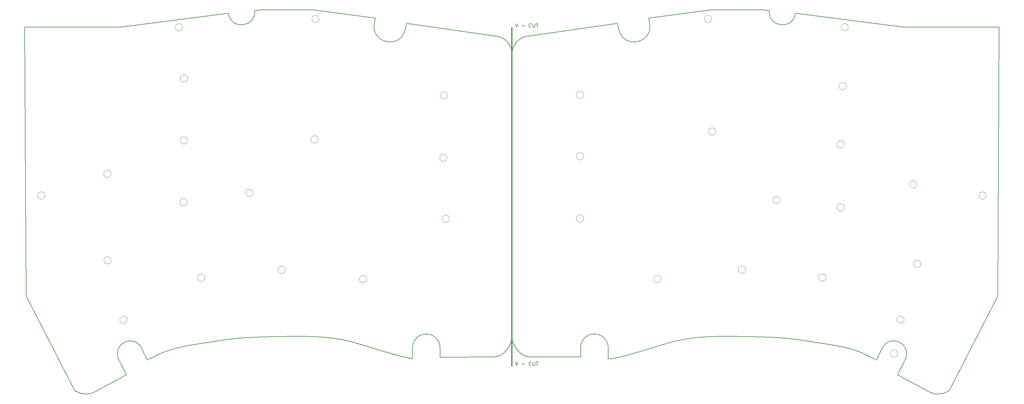
<source format=gbr>
%TF.GenerationSoftware,KiCad,Pcbnew,8.0.5*%
%TF.CreationDate,2024-10-07T12:12:51+02:00*%
%TF.ProjectId,chastity,63686173-7469-4747-992e-6b696361645f,rev?*%
%TF.SameCoordinates,Original*%
%TF.FileFunction,Profile,NP*%
%FSLAX46Y46*%
G04 Gerber Fmt 4.6, Leading zero omitted, Abs format (unit mm)*
G04 Created by KiCad (PCBNEW 8.0.5) date 2024-10-07 12:12:51*
%MOMM*%
%LPD*%
G01*
G04 APERTURE LIST*
%ADD10C,0.150000*%
%TA.AperFunction,Profile*%
%ADD11C,0.200000*%
%TD*%
%TA.AperFunction,Profile*%
%ADD12C,0.100000*%
%TD*%
%TA.AperFunction,Profile*%
%ADD13C,0.300000*%
%TD*%
G04 APERTURE END LIST*
D10*
X132375284Y128475181D02*
X132708617Y127475181D01*
X132708617Y127475181D02*
X133041950Y128475181D01*
X134137189Y127856134D02*
X134899094Y127856134D01*
X136708617Y127570420D02*
X136660998Y127522800D01*
X136660998Y127522800D02*
X136518141Y127475181D01*
X136518141Y127475181D02*
X136422903Y127475181D01*
X136422903Y127475181D02*
X136280046Y127522800D01*
X136280046Y127522800D02*
X136184808Y127618039D01*
X136184808Y127618039D02*
X136137189Y127713277D01*
X136137189Y127713277D02*
X136089570Y127903753D01*
X136089570Y127903753D02*
X136089570Y128046610D01*
X136089570Y128046610D02*
X136137189Y128237086D01*
X136137189Y128237086D02*
X136184808Y128332324D01*
X136184808Y128332324D02*
X136280046Y128427562D01*
X136280046Y128427562D02*
X136422903Y128475181D01*
X136422903Y128475181D02*
X136518141Y128475181D01*
X136518141Y128475181D02*
X136660998Y128427562D01*
X136660998Y128427562D02*
X136708617Y128379943D01*
X137137189Y128475181D02*
X137137189Y127665658D01*
X137137189Y127665658D02*
X137184808Y127570420D01*
X137184808Y127570420D02*
X137232427Y127522800D01*
X137232427Y127522800D02*
X137327665Y127475181D01*
X137327665Y127475181D02*
X137518141Y127475181D01*
X137518141Y127475181D02*
X137613379Y127522800D01*
X137613379Y127522800D02*
X137660998Y127570420D01*
X137660998Y127570420D02*
X137708617Y127665658D01*
X137708617Y127665658D02*
X137708617Y128475181D01*
X138041951Y128475181D02*
X138613379Y128475181D01*
X138327665Y127475181D02*
X138327665Y128475181D01*
X132375284Y35398959D02*
X132708617Y34398959D01*
X132708617Y34398959D02*
X133041950Y35398959D01*
X134137189Y34779912D02*
X134899094Y34779912D01*
X136708617Y34494198D02*
X136660998Y34446578D01*
X136660998Y34446578D02*
X136518141Y34398959D01*
X136518141Y34398959D02*
X136422903Y34398959D01*
X136422903Y34398959D02*
X136280046Y34446578D01*
X136280046Y34446578D02*
X136184808Y34541817D01*
X136184808Y34541817D02*
X136137189Y34637055D01*
X136137189Y34637055D02*
X136089570Y34827531D01*
X136089570Y34827531D02*
X136089570Y34970388D01*
X136089570Y34970388D02*
X136137189Y35160864D01*
X136137189Y35160864D02*
X136184808Y35256102D01*
X136184808Y35256102D02*
X136280046Y35351340D01*
X136280046Y35351340D02*
X136422903Y35398959D01*
X136422903Y35398959D02*
X136518141Y35398959D01*
X136518141Y35398959D02*
X136660998Y35351340D01*
X136660998Y35351340D02*
X136708617Y35303721D01*
X137137189Y35398959D02*
X137137189Y34589436D01*
X137137189Y34589436D02*
X137184808Y34494198D01*
X137184808Y34494198D02*
X137232427Y34446578D01*
X137232427Y34446578D02*
X137327665Y34398959D01*
X137327665Y34398959D02*
X137518141Y34398959D01*
X137518141Y34398959D02*
X137613379Y34446578D01*
X137613379Y34446578D02*
X137660998Y34494198D01*
X137660998Y34494198D02*
X137708617Y34589436D01*
X137708617Y34589436D02*
X137708617Y35398959D01*
X138041951Y35398959D02*
X138613379Y35398959D01*
X138327665Y34398959D02*
X138327665Y35398959D01*
D11*
X131418512Y120352381D02*
X131400954Y41510698D01*
X67946539Y42359222D02*
X67846859Y42357452D01*
X130278638Y123267928D02*
X130311541Y123227292D01*
X46786454Y40599657D02*
X46736650Y40592178D01*
X70936212Y42404075D02*
X70836506Y42403046D01*
X250218628Y26830269D02*
X250133413Y26802224D01*
X198483064Y42291862D02*
X198582937Y42289653D01*
D12*
X42169764Y96343000D02*
G75*
G02*
X40148874Y96343000I-1010445J0D01*
G01*
X40148874Y96343000D02*
G75*
G02*
X42169764Y96343000I1010445J0D01*
G01*
D11*
X44545276Y40253623D02*
X44495529Y40245602D01*
X204768384Y42040965D02*
X204867885Y42034364D01*
X103722932Y36306310D02*
X103625581Y36326051D01*
X43402728Y40063118D02*
X43353150Y40054516D01*
X132558386Y123267928D02*
X132525483Y123227292D01*
X52720233Y41502315D02*
X52621720Y41488458D01*
X42264907Y39857656D02*
X42215568Y39848336D01*
X194491828Y42366245D02*
X194591485Y42364502D01*
X179535043Y41728367D02*
X179633562Y41743594D01*
X135395406Y124976780D02*
X135301073Y124956256D01*
X193495415Y42382950D02*
X193595052Y42381362D01*
X212579522Y41130540D02*
X212678176Y41115049D01*
X186100937Y42336966D02*
X186150982Y42338973D01*
X202875628Y42147558D02*
X202975339Y42142774D01*
X98503437Y37581866D02*
X98407369Y37608745D01*
X209386815Y131332555D02*
G75*
G02*
X202233601Y132080823I-3574272J396457D01*
G01*
X218142482Y40277607D02*
X218192240Y40269627D01*
X176601064Y41165822D02*
X176698115Y41188068D01*
X205166310Y42013911D02*
X205265757Y42006873D01*
X172753645Y40118602D02*
X172849297Y40147318D01*
X174574389Y40647539D02*
X174670482Y40674110D01*
X177866974Y41435606D02*
X177964717Y41454661D01*
X250731582Y27029325D02*
X250645891Y26992483D01*
D12*
X78386490Y129732582D02*
G75*
G02*
X76365600Y129732582I-1010445J0D01*
G01*
X76365600Y129732582D02*
G75*
G02*
X78386490Y129732582I1010445J0D01*
G01*
D11*
X90370271Y40032077D02*
X90274652Y40060980D01*
X179830721Y41773407D02*
X179929362Y41787994D01*
X132306038Y122935528D02*
X132276815Y122892555D01*
X132730690Y123465047D02*
X132695218Y123426468D01*
X201279233Y42213533D02*
X201379054Y42209948D01*
X132247592Y122849582D02*
X132219326Y122806102D01*
X208439261Y41716110D02*
X208538116Y41704756D01*
X37282008Y38640110D02*
X37187837Y38610062D01*
X189504343Y42411203D02*
X189554346Y42411456D01*
X128196240Y37225173D02*
X128117830Y37187174D01*
X220473415Y39876223D02*
X220522779Y39866976D01*
X191102821Y42410467D02*
X191202610Y42409862D01*
X251333650Y27328269D02*
X251247402Y27281165D01*
X158919296Y36267357D02*
X159016710Y36286744D01*
X201478872Y42206296D02*
X201578682Y42202577D01*
X47234543Y40666834D02*
X47184773Y40659380D01*
X203573408Y42112237D02*
X203673052Y42106828D01*
X220917167Y39791523D02*
X220966398Y39781902D01*
X53213008Y41569672D02*
X53114421Y41556468D01*
X157884559Y36258037D02*
X158724376Y36229114D01*
X15140223Y26626745D02*
X15223053Y26642685D01*
X127715603Y37020345D02*
X127633120Y36991614D01*
X133264891Y123966700D02*
X133224255Y123933797D01*
X89221931Y40374091D02*
X89126121Y40401997D01*
X130290064Y39169472D02*
X130261387Y39126526D01*
X247531224Y26660094D02*
X247448555Y26678968D01*
X93953940Y38931297D02*
X93906147Y38945995D01*
X15800622Y26795336D02*
X15882812Y26823008D01*
X133906274Y124408351D02*
X133861874Y124382034D01*
X210116791Y41502315D02*
X210215304Y41488458D01*
X204270684Y42072401D02*
X204370249Y42066317D01*
X211397008Y41314214D02*
X211495487Y41299163D01*
X45590839Y40418201D02*
X45541022Y40410512D01*
X80330761Y42097812D02*
X80231244Y42107224D01*
X211593974Y41284052D02*
X211692468Y41268882D01*
X49269752Y40975766D02*
X49220277Y40968073D01*
X103042112Y36448080D02*
X102944971Y36469000D01*
X79434249Y42176379D02*
X79384388Y42180327D01*
X92854970Y39270121D02*
X92759421Y39299615D01*
X179043076Y41648992D02*
X179141384Y41665304D01*
X215950970Y40614609D02*
X216000769Y40607133D01*
X76936247Y42328557D02*
X76886209Y42330690D01*
X81721062Y41947144D02*
X81621956Y41959121D01*
X66949417Y42341563D02*
X66849659Y42339801D01*
X219781182Y40002358D02*
X219830705Y39993574D01*
X130925368Y40320693D02*
X130900764Y40268478D01*
X91230568Y39770110D02*
X91134996Y39799350D01*
X85750150Y41274517D02*
X85652823Y41295509D01*
X16374292Y27019825D02*
X16455926Y27057763D01*
X43899029Y40147533D02*
X43849366Y40139196D01*
X76235580Y42355800D02*
X76185523Y42357500D01*
X60460074Y42170255D02*
X60360324Y42165876D01*
X194192884Y42371421D02*
X194292528Y42369711D01*
X208340387Y41727313D02*
X208439261Y41716110D01*
X131412690Y120443978D02*
X131418512Y120352381D01*
X-2219791Y53482555D02*
X11070940Y27585788D01*
X98119259Y37689913D02*
X98023255Y37717140D01*
X15882812Y26823008D02*
X15964924Y26852143D01*
X171702028Y39799350D02*
X171797603Y39828562D01*
X184400866Y42248273D02*
X184450818Y42251447D01*
X38516791Y39005192D02*
X38421147Y38978719D01*
X65552241Y42316241D02*
X65452404Y42314337D01*
X44296598Y40213268D02*
X44246882Y40205121D01*
X188353598Y42399202D02*
X188403648Y42399988D01*
X200081051Y42251834D02*
X200180921Y42248952D01*
X128750743Y124507664D02*
X128795934Y124483335D01*
X220670768Y39838942D02*
X220720081Y39829550D01*
X58865107Y42090051D02*
X58765505Y42084267D01*
X220127580Y39940120D02*
X220177018Y39931080D01*
X36906061Y38518147D02*
X36812387Y38486907D01*
X191202610Y42409862D02*
X191302384Y42409193D01*
X65851729Y42321852D02*
X65751905Y42319998D01*
X184750596Y42269824D02*
X184800571Y42272779D01*
X67248639Y42346843D02*
X67148905Y42345081D01*
X45889754Y40464058D02*
X45839934Y40456436D01*
X221064830Y39762579D02*
X221114031Y39752877D01*
X250989135Y27148646D02*
X250903205Y27107408D01*
X210904669Y41388398D02*
X211003133Y41373718D01*
X52030822Y41402988D02*
X51932355Y41388398D01*
X63155453Y42262876D02*
X63055580Y42260187D01*
X215204456Y40726475D02*
X215254188Y40719015D01*
X48873727Y40914482D02*
X48824177Y40906871D01*
X247118675Y26769129D02*
X247036402Y26795336D01*
X199082315Y42278075D02*
X199182191Y42275643D01*
X42660006Y39931080D02*
X42610573Y39922040D01*
X188503751Y42401458D02*
X188553797Y42402148D01*
X129448966Y124063620D02*
X129490231Y124031612D01*
X185350513Y42302715D02*
X185400525Y42305248D01*
X132428563Y123104125D02*
X132397468Y123062261D01*
X101975106Y36686902D02*
X101878268Y36709525D01*
X169122028Y39004841D02*
X169169810Y39019565D01*
X129531497Y123999603D02*
X129572133Y123966700D01*
X43650783Y40105645D02*
X43601149Y40097204D01*
X189454334Y42410907D02*
X189504343Y42411203D01*
X77336467Y42310176D02*
X77286445Y42312570D01*
X52523218Y41474484D02*
X52424725Y41460395D01*
X78236336Y42260819D02*
X78186368Y42263845D01*
X187802956Y42389093D02*
X187853018Y42390127D01*
X160571247Y36619917D02*
X160668164Y36642096D01*
X100332220Y37090223D02*
X100235789Y37115112D01*
X132840532Y38755457D02*
X132901284Y38677289D01*
X196586048Y42329137D02*
X196685852Y42327332D01*
X168357323Y38769898D02*
X168452928Y38799193D01*
X64453833Y42294044D02*
X64353960Y42291862D01*
X177574044Y41377017D02*
X177671636Y41396785D01*
X61058737Y42194930D02*
X60958945Y42191003D01*
X200780055Y42230514D02*
X200879899Y42227240D01*
X39575399Y39280218D02*
X39478691Y39256391D01*
X227138345Y38087336D02*
X227413616Y37979988D01*
X187102053Y42371635D02*
X187152117Y42373049D01*
X218788952Y40172348D02*
X218838641Y40164106D01*
X186651501Y42357500D02*
X186701558Y42359202D01*
X133065715Y123796965D02*
X133027136Y123761494D01*
X74433376Y42399988D02*
X74383324Y42400720D01*
X42166256Y39838942D02*
X42116943Y39829550D01*
X186401226Y42348636D02*
X186451277Y42350458D01*
X134486006Y37305809D02*
X134563054Y37264720D01*
X69142335Y42379752D02*
X69042699Y42378127D01*
X129848467Y123726022D02*
X129886306Y123689738D01*
X133683271Y37859770D02*
X133752853Y37801685D01*
X185300502Y42300185D02*
X185350513Y42302715D01*
X179141384Y41665304D02*
X179239734Y41681397D01*
X131006679Y122084464D02*
X131026966Y122038079D01*
X71335124Y42407698D02*
X71235380Y42406868D01*
X133514221Y124155978D02*
X133471787Y124125811D01*
X212678176Y41115049D02*
X212776852Y41099549D01*
X133144299Y123866237D02*
X133105007Y123831601D01*
X74483426Y42399202D02*
X74433376Y42399988D01*
X84872307Y41454661D02*
X84774511Y41473481D01*
X173998482Y40485030D02*
X174094394Y40512456D01*
X69939457Y42391913D02*
X69839810Y42390492D01*
X36999860Y38549085D02*
X36906061Y38518147D01*
X132525483Y123227292D02*
X132492580Y123186656D01*
X131102009Y121851299D02*
X131119245Y121804358D01*
X212086558Y41207728D02*
X212185114Y41192345D01*
X191701375Y42405986D02*
X191801099Y42405056D01*
X246790067Y26882749D02*
X246708114Y26914820D01*
X196885474Y42323694D02*
X196985295Y42321852D01*
X44495529Y40245602D02*
X44445791Y40237542D01*
X64853294Y42302464D02*
X64753433Y42300399D01*
X76736087Y42336966D02*
X76686042Y42338973D01*
X166539467Y38219945D02*
X166635225Y38248487D01*
X159406055Y36366050D02*
X159503312Y36386304D01*
X203872306Y42095741D02*
X203971917Y42090051D01*
X212283687Y41176927D02*
X212382279Y41161483D01*
X97064016Y37993729D02*
X96968167Y38021784D01*
X101297779Y36848269D02*
X101201118Y36871874D01*
X11933819Y27107408D02*
X12019669Y27067632D01*
X74933944Y42391159D02*
X74883884Y42392142D01*
X189204258Y42409193D02*
X189254278Y42409572D01*
X216249798Y40569714D02*
X216299610Y40562210D01*
X195787859Y42343322D02*
X195887607Y42341563D01*
X162697646Y37140111D02*
X162794035Y37165235D01*
X220424052Y39885471D02*
X220473415Y39876223D01*
X95914592Y38334428D02*
X95818876Y38363172D01*
X131441222Y120628648D02*
X131431893Y120536082D01*
X127347452Y124995376D02*
X127441618Y124976780D01*
X129692725Y123866237D02*
X129732017Y123831601D01*
X167592264Y38536596D02*
X167687920Y38565643D01*
X60061116Y42152261D02*
X59961396Y42147558D01*
X134409634Y37348446D02*
X134486006Y37305809D01*
X102556693Y36554299D02*
X102459694Y36576017D01*
X170364246Y39388071D02*
X170459795Y39417545D01*
X195987365Y42339801D02*
X196087128Y42338038D01*
X216449057Y40539679D02*
X216498878Y40532151D01*
X46836255Y40607133D02*
X46786454Y40599657D01*
X183402775Y42176379D02*
X183452636Y42180327D01*
X191302384Y42409193D02*
X191402150Y42408474D01*
X196087128Y42338038D02*
X196186898Y42336270D01*
X218291748Y40253623D02*
X218341495Y40245602D01*
X130244858Y123307906D02*
X130278638Y123267928D01*
D12*
X113770209Y108682555D02*
G75*
G02*
X111749319Y108682555I-1010445J0D01*
G01*
X111749319Y108682555D02*
G75*
G02*
X113770209Y108682555I1010445J0D01*
G01*
D11*
X217345816Y40402822D02*
X217395628Y40395103D01*
X183303070Y42168317D02*
X183352921Y42172348D01*
X150319708Y36771262D02*
X136406815Y36732555D01*
X130176442Y123387176D02*
X130211078Y123347884D01*
X202975339Y42142774D02*
X203075041Y42137904D01*
X201379054Y42209948D02*
X201478872Y42206296D01*
X162022313Y36967642D02*
X162118857Y36991910D01*
X131668098Y121663288D02*
X131637672Y121568977D01*
X37470716Y38699330D02*
X37376302Y38669865D01*
X93523864Y39063742D02*
X93476081Y39078475D01*
X45491208Y40402822D02*
X45441396Y40395103D01*
X132270365Y39622112D02*
X132297345Y39575303D01*
X94575311Y38740631D02*
X94479701Y38769898D01*
X45441396Y40395103D02*
X45391586Y40387386D01*
X35331946Y37943511D02*
X35240635Y37906683D01*
X44744307Y40285553D02*
X44694542Y40277607D01*
X47831453Y40756335D02*
X47781745Y40748862D01*
X46985640Y40629541D02*
X46935847Y40622075D01*
X237496815Y31872571D02*
X246299541Y27097165D01*
X47533094Y40711563D02*
X47483348Y40704106D01*
X251592873Y27478381D02*
X251549628Y27452630D01*
X224224487Y39031412D02*
X224320233Y39005192D01*
X170173152Y39329105D02*
X170268699Y39358591D01*
X134563054Y37264720D02*
X134640784Y37225173D01*
X55387454Y41821624D02*
X55288392Y41811715D01*
X47383842Y40689198D02*
X47334076Y40681743D01*
X129491464Y38173367D02*
X129425280Y38107558D01*
X164333587Y37581866D02*
X164429655Y37608745D01*
X131161215Y40866028D02*
X131138311Y40809949D01*
X227505078Y37943511D02*
X227596389Y37906683D01*
X98215280Y37662770D02*
X98119259Y37689913D01*
X67448079Y42350369D02*
X67348362Y42348601D01*
X219235875Y40097204D02*
X219285486Y40088708D01*
X218937995Y40147533D02*
X218987658Y40139196D01*
X86138909Y41188068D02*
X86041801Y41210056D01*
X176504071Y41143330D02*
X176601064Y41165822D01*
X190204129Y42413114D02*
X190304042Y42413086D01*
X130593299Y39669693D02*
X130566659Y39622112D01*
X187652765Y42385779D02*
X187702828Y42386923D01*
X88742630Y40512456D02*
X88646692Y40539756D01*
X187953140Y42392142D02*
X188003201Y42393124D01*
X209328135Y41608384D02*
X209426782Y41595633D01*
X88550723Y40566915D02*
X88454726Y40593939D01*
X93093851Y39196395D02*
X93046073Y39211138D01*
X163852990Y37448868D02*
X163949144Y37475279D01*
X44893627Y40309311D02*
X44843852Y40301404D01*
X169790951Y39211138D02*
X169886503Y39240627D01*
X195289237Y42352136D02*
X195388945Y42350369D01*
X50257502Y41130540D02*
X50158848Y41115049D01*
X29649827Y38983216D02*
X31088765Y35914654D01*
X132164482Y39813982D02*
X132190783Y39765627D01*
X78286295Y42257720D02*
X78236336Y42260819D01*
X37376302Y38669865D02*
X37282008Y38640110D01*
X221359771Y39703638D02*
X221408883Y39693692D01*
X93284962Y39137419D02*
X93237182Y39152162D01*
X134958493Y37082440D02*
X135039617Y37050620D01*
X75534712Y42377167D02*
X75484647Y42378470D01*
X188403648Y42399988D02*
X188453700Y42400720D01*
X69740167Y42389037D02*
X69640525Y42387561D01*
X44048072Y40172348D02*
X43998383Y40164106D01*
X205265757Y42006873D02*
X205365188Y41999724D01*
D12*
X261856815Y81172555D02*
G75*
G02*
X259835925Y81172555I-1010445J0D01*
G01*
X259835925Y81172555D02*
G75*
G02*
X261856815Y81172555I1010445J0D01*
G01*
D11*
X133215228Y38309620D02*
X133280052Y38240721D01*
X129652747Y123900017D02*
X129692725Y123866237D01*
X187702828Y42386923D02*
X187752893Y42388006D01*
X214508816Y40831259D02*
X214558454Y40823736D01*
X167783569Y38594722D02*
X167879212Y38623841D01*
X200979740Y42223908D02*
X201079573Y42220513D01*
X132061314Y40012031D02*
X132086936Y39962133D01*
X187752893Y42388006D02*
X187802956Y42389093D01*
X164045280Y37501783D02*
X164141400Y37528382D01*
X86817107Y41027227D02*
X86720380Y41050916D01*
X65152863Y42308503D02*
X65053011Y42306514D01*
X165581271Y37937820D02*
X165677146Y37965739D01*
X86720380Y41050916D02*
X86623602Y41074376D01*
X68245539Y42364502D02*
X68145878Y42362748D01*
X60260581Y42161420D02*
X60160845Y42156882D01*
X172179942Y39945087D02*
X172275539Y39974129D01*
X192399265Y42398494D02*
X192498935Y42397253D01*
X13888259Y26563559D02*
X13972279Y26557508D01*
X191801099Y42405056D02*
X191900812Y42404075D01*
X51243050Y41284052D02*
X51144556Y41268882D01*
X133105007Y123831601D02*
X133065715Y123796965D01*
X130753192Y122585909D02*
X130778519Y122541097D01*
X218192240Y40269627D02*
X218241999Y40261645D01*
X67747177Y42355681D02*
X67647485Y42353909D01*
X171319763Y39682231D02*
X171415327Y39711547D01*
X37187837Y38610062D02*
X37093787Y38579722D01*
X135206630Y124933785D02*
X135112133Y124909348D01*
X180126760Y41816551D02*
X180225519Y41830519D01*
X129365237Y124125811D02*
X129407101Y124094716D01*
X216747979Y40494412D02*
X216797802Y40486833D01*
X192498935Y42397253D02*
X192598603Y42395972D01*
X194392177Y42367985D02*
X194491828Y42366245D01*
X62556243Y42246016D02*
X62456380Y42243025D01*
X70039109Y42393297D02*
X69939457Y42391913D01*
X53607562Y41620979D02*
X53508889Y41608384D01*
X131520902Y41270935D02*
X131542450Y41211767D01*
X174958977Y40752845D02*
X175055215Y40778749D01*
X128273970Y37264720D02*
X128196240Y37225173D01*
X135583520Y125012067D02*
X135489572Y124995376D01*
X133752853Y37801685D02*
X133823112Y37745146D01*
X131400954Y41510698D02*
X131380087Y41449984D01*
X73682791Y42408773D02*
X73632766Y42409193D01*
X219533455Y40045908D02*
X219583014Y40037248D01*
X45291971Y40371890D02*
X45242169Y40364120D01*
X60859156Y42187000D02*
X60759376Y42182927D01*
X46387967Y40539679D02*
X46338146Y40532151D01*
X197983730Y42302464D02*
X198083591Y42300399D01*
X91899483Y39564751D02*
X91803931Y39594148D01*
X216648337Y40509533D02*
X216698157Y40501971D01*
X45541022Y40410512D02*
X45491208Y40402822D01*
X185150494Y42292312D02*
X185200493Y42294981D01*
X207548632Y41811715D02*
X207647671Y41801663D01*
X79932546Y42134420D02*
X79832932Y42143145D01*
X186901800Y42365650D02*
X186951864Y42367177D01*
X81522812Y41970904D02*
X81423637Y41982496D01*
X226676691Y38259493D02*
X226769303Y38225726D01*
X96010318Y38305731D02*
X95914592Y38334428D01*
X170459795Y39417545D02*
X170555342Y39447010D01*
X66250976Y42329137D02*
X66151172Y42327332D01*
X71834000Y42411019D02*
X71734203Y42410467D01*
X199381945Y42270665D02*
X199481821Y42268114D01*
X134687826Y124774404D02*
X134640884Y124757168D01*
X130376452Y123145391D02*
X130408461Y123104125D01*
X218092717Y40285553D02*
X218142482Y40277607D01*
X88070413Y40700520D02*
X87974250Y40726767D01*
X93332741Y39122681D02*
X93284962Y39137419D01*
X206060801Y41946443D02*
X206160110Y41938354D01*
X127724891Y124909348D02*
X127819386Y124882928D01*
X133345560Y38173367D02*
X133411744Y38107558D01*
X42956821Y39984726D02*
X42907319Y39975884D01*
X59462935Y42122769D02*
X59363270Y42117548D01*
X216797802Y40486833D02*
X216847624Y40479252D01*
X66350771Y42330931D02*
X66250976Y42329137D01*
X184900532Y42278542D02*
X184950520Y42281353D01*
X40157460Y39418586D02*
X40060241Y39396056D01*
X128613813Y124576631D02*
X128659666Y124554315D01*
X91612819Y39652892D02*
X91517261Y39682231D01*
X128841126Y124459005D02*
X128885938Y124433678D01*
X167974847Y38652993D02*
X168070476Y38682174D01*
X132721066Y38916428D02*
X132750761Y38875799D01*
X186951864Y42367177D02*
X187001927Y42368699D01*
D12*
X3001099Y81172555D02*
G75*
G02*
X980209Y81172555I-1010445J0D01*
G01*
X980209Y81172555D02*
G75*
G02*
X3001099Y81172555I1010445J0D01*
G01*
D11*
X201179406Y42217054D02*
X201279233Y42213533D01*
X11503374Y27328269D02*
X11589622Y27281165D01*
X89509240Y40289733D02*
X89413493Y40317953D01*
D12*
X239296815Y47022555D02*
G75*
G02*
X237275925Y47022555I-1010445J0D01*
G01*
X237275925Y47022555D02*
G75*
G02*
X239296815Y47022555I1010445J0D01*
G01*
X217806815Y58602555D02*
G75*
G02*
X215785925Y58602555I-1010445J0D01*
G01*
X215785925Y58602555D02*
G75*
G02*
X217806815Y58602555I1010445J0D01*
G01*
D11*
X211003133Y41373718D02*
X211101598Y41358953D01*
X214161539Y40884091D02*
X214211130Y40876522D01*
X247613971Y26642685D02*
X247531224Y26660094D01*
X130949631Y40373683D02*
X130925368Y40320693D01*
X188303544Y42398417D02*
X188353598Y42399202D01*
X188603844Y42402833D02*
X188653888Y42403478D01*
X135489572Y124995376D02*
X135395406Y124976780D01*
X251161233Y27235525D02*
X251075144Y27191354D01*
X161539245Y36848269D02*
X161635906Y36871874D01*
X213864233Y40929738D02*
X213913767Y40922111D01*
X54496637Y41727313D02*
X54397763Y41716110D01*
X11244151Y27478381D02*
X11287396Y27452630D01*
X49763987Y41053035D02*
X49665204Y41037547D01*
X63455079Y42270665D02*
X63355203Y42268114D01*
X55486533Y41831399D02*
X55387454Y41821624D01*
X187352377Y42378470D02*
X187402441Y42379770D01*
X133773517Y124328420D02*
X133729561Y124301123D01*
X131092159Y40698566D02*
X131068914Y40643260D01*
X183851689Y42210643D02*
X183901590Y42214273D01*
X78486103Y42245025D02*
X78436158Y42248273D01*
X163371937Y37318336D02*
X163468186Y37344236D01*
X207944672Y41770665D02*
X208043632Y41760043D01*
X73882903Y42406923D02*
X73832872Y42407430D01*
X233187197Y38983216D02*
X231748259Y35914654D01*
X131321621Y121096777D02*
X131340217Y121002611D01*
X126788819Y125067849D02*
X126880923Y125060290D01*
X76686042Y42338973D02*
X76635998Y42340983D01*
X127535951Y124956256D02*
X127630394Y124933785D01*
X43105365Y40011141D02*
X43055842Y40002358D01*
X101878268Y36709525D02*
X101781455Y36732293D01*
X206358682Y41921808D02*
X206457942Y41913350D01*
X86526773Y41097598D02*
X86429889Y41120587D01*
X130106334Y123465047D02*
X130141806Y123426468D01*
X160861918Y36686902D02*
X160958756Y36709525D01*
X129222652Y37919400D02*
X129153753Y37859770D01*
X49665204Y41037547D02*
X49615796Y41029807D01*
X79184899Y42195802D02*
X79135018Y42199590D01*
X130408461Y123104125D02*
X130560209Y122892555D01*
X168961815Y129972556D02*
X169291815Y128512554D01*
X54002480Y41669776D02*
X53903716Y41657815D01*
X176407135Y41120587D02*
X176504071Y41143330D01*
X85067745Y41416317D02*
X84970050Y41435606D01*
X130800992Y40062701D02*
X130775710Y40012031D01*
X187001927Y42368699D02*
X187051989Y42370169D01*
X219682115Y40019864D02*
X219731659Y40011141D01*
X12276747Y26957108D02*
X12362277Y26923198D01*
X11847889Y27148646D02*
X11933819Y27107408D01*
X204967374Y42027653D02*
X205066850Y42020838D01*
X72632895Y42413114D02*
X72532982Y42413086D01*
X197584309Y42310469D02*
X197684161Y42308503D01*
X184650656Y42263845D02*
X184700624Y42266869D01*
X59861685Y42142774D02*
X59761983Y42137904D01*
X46188687Y40509533D02*
X46138867Y40501971D01*
X165868857Y38021784D02*
X165964694Y38049908D01*
X102071972Y36664421D02*
X101975106Y36686902D01*
X128942973Y37690152D02*
X128871358Y37636702D01*
X224702171Y38897737D02*
X224797385Y38870213D01*
X101491175Y36801459D02*
X101394464Y36824795D01*
X95818876Y38363172D02*
X95723166Y38391966D01*
X199781444Y42260187D02*
X199881314Y42257453D01*
X69241972Y42381362D02*
X69142335Y42379752D01*
X207152276Y41850537D02*
X207251392Y41841037D01*
X50158848Y41115049D02*
X50060172Y41099549D01*
X49220277Y40968073D02*
X49170803Y40960386D01*
X251247402Y27281165D02*
X251161233Y27235525D01*
X15718349Y26769129D02*
X15800622Y26795336D01*
X130973894Y40426670D02*
X130949631Y40373683D01*
X180324311Y41844280D02*
X180423142Y41857835D01*
X53804976Y41645693D02*
X53706256Y41633415D01*
X199981185Y42254670D02*
X200081051Y42251834D01*
X188153375Y42395870D02*
X188203434Y42396751D01*
X91803931Y39594148D02*
X91708375Y39623528D01*
X187452507Y42381016D02*
X187502572Y42382261D01*
X203772684Y42101332D02*
X203872306Y42095741D01*
X251506385Y27426875D02*
X251419979Y27376842D01*
X103528261Y36345963D02*
X103430969Y36366050D01*
X58964718Y42095741D02*
X58865107Y42090051D01*
X131424334Y120443978D02*
X131418512Y120352381D01*
X80728567Y42058417D02*
X80629155Y42068532D01*
X218639856Y40196974D02*
X218689562Y40188781D01*
X74733705Y42394987D02*
X74683649Y42395870D01*
X131915552Y122268972D02*
X131893236Y122223119D01*
X132086936Y39962133D02*
X132112558Y39912235D01*
X214359929Y40853851D02*
X214409552Y40846315D01*
X94192902Y38857854D02*
X94097312Y38887217D01*
X201778287Y42194930D02*
X201878079Y42191003D01*
X213765208Y40945043D02*
X213814721Y40937392D01*
X219483874Y40054516D02*
X219533455Y40045908D01*
X73782844Y42407891D02*
X73732815Y42408353D01*
X98887880Y37475279D02*
X98791744Y37501783D01*
X47334076Y40681743D02*
X47284315Y40674288D01*
X57571267Y42006873D02*
X57471836Y41999724D01*
X186301124Y42344869D02*
X186351174Y42346751D01*
X222484885Y39463027D02*
X222582264Y39440909D01*
X206557186Y41904764D02*
X206656410Y41896051D01*
X90848260Y39886889D02*
X90752674Y39916006D01*
X211889488Y41238392D02*
X211988016Y41223080D01*
X14974329Y26599259D02*
X15057316Y26612270D01*
X221261517Y39723448D02*
X221310660Y39713586D01*
X131744865Y40698566D02*
X131768110Y40643260D01*
X175151492Y40804477D02*
X175247809Y40830019D01*
X217644657Y40356343D02*
X217694452Y40348535D01*
X92568325Y39358591D02*
X92472778Y39388071D01*
X100911277Y36943506D02*
X100814711Y36967642D01*
X212480891Y41146024D02*
X212579522Y41130540D01*
X203174734Y42132947D02*
X203274416Y42127903D01*
X131815281Y40534193D02*
X131839205Y40480432D01*
X221457964Y39683660D02*
X221507042Y39673627D01*
X80032136Y42125526D02*
X79932546Y42134420D01*
X128503082Y37392627D02*
X128427390Y37348446D01*
X36625426Y38423502D02*
X36532140Y38391337D01*
X73032696Y42412481D02*
X72932725Y42412754D01*
X219285486Y40088708D02*
X219335101Y40080217D01*
X248696941Y26549803D02*
X248613158Y26548152D01*
X61757451Y42220513D02*
X61657618Y42217054D01*
X96968167Y38021784D02*
X96872330Y38049908D01*
X101981804Y126626695D02*
G75*
G02*
X93545173Y128512560I-4175940J1132505D01*
G01*
X196186898Y42336270D02*
X196286676Y42334498D01*
X79733295Y42151699D02*
X79683464Y42155894D01*
X204370249Y42066317D02*
X204469801Y42060136D01*
X134223211Y124576631D02*
X134177358Y124554315D01*
X221507042Y39673627D02*
X222289896Y39506663D01*
X182108457Y42058417D02*
X182207869Y42068532D01*
X203673052Y42106828D02*
X203772684Y42101332D01*
X43601149Y40097204D02*
X43551538Y40088708D01*
X128382920Y124682125D02*
X128429304Y124661839D01*
X53410242Y41595633D02*
X53311614Y41582727D01*
X182506263Y42097812D02*
X182605780Y42107224D01*
X61258342Y42202577D02*
X61158536Y42198785D01*
X79783113Y42147424D02*
X79733295Y42151699D01*
X214757101Y40793729D02*
X214806784Y40786243D01*
X98023255Y37717140D02*
X97927267Y37744450D01*
X44993193Y40325056D02*
X44943411Y40317184D01*
X168961815Y129972556D02*
X186126815Y132242555D01*
X196985295Y42321852D02*
X197085119Y42319998D01*
X50947536Y41238392D02*
X50849008Y41223080D01*
X128567960Y124598947D02*
X128613813Y124576631D01*
X208538116Y41704756D02*
X208636948Y41693247D01*
X185050500Y42286904D02*
X185100494Y42289643D01*
X218838641Y40164106D02*
X218888321Y40155821D01*
X208142570Y41749284D02*
X208241489Y41738373D01*
X82512713Y41844280D02*
X82413882Y41857835D01*
X136156042Y36777535D02*
X136406815Y36732555D01*
X219731659Y40011141D02*
X219781182Y40002358D01*
X16210784Y26948357D02*
X16292578Y26983360D01*
X187853018Y42390127D02*
X187903080Y42391159D01*
X82611505Y41830519D02*
X82512713Y41844280D01*
X52917297Y41529657D02*
X52818759Y41516050D01*
X90657082Y39945087D02*
X90561485Y39974129D01*
X189354310Y42410282D02*
X189404324Y42410616D01*
X131496807Y121002611D02*
X131480116Y120908663D01*
X205961474Y41954408D02*
X206060801Y41946443D01*
D12*
X78119764Y96593000D02*
G75*
G02*
X76098874Y96593000I-1010445J0D01*
G01*
X76098874Y96593000D02*
G75*
G02*
X78119764Y96593000I1010445J0D01*
G01*
D11*
X195089847Y42355681D02*
X195189539Y42353909D01*
X38134853Y38897737D02*
X38039639Y38870213D01*
X73432700Y42410616D02*
X73382690Y42410907D01*
X199182191Y42275643D02*
X199282068Y42273178D01*
X135112133Y124909348D02*
X135017638Y124882928D01*
X217744249Y40340732D02*
X217794040Y40332894D01*
X85360519Y41357006D02*
X85262980Y41377017D01*
X47085213Y40644465D02*
X47035427Y40637002D01*
X61457970Y42209948D02*
X61358152Y42206296D01*
X73482714Y42410282D02*
X73432700Y42410616D01*
X220078123Y39949094D02*
X220127580Y39940120D01*
X93571646Y39049011D02*
X93523864Y39063742D01*
X42808359Y39958064D02*
X42758901Y39949094D01*
X47980557Y40778756D02*
X47930861Y40771280D01*
X129194423Y124244591D02*
X129237396Y124215368D01*
X226861776Y38191630D02*
X226954107Y38157197D01*
X200380644Y42243025D02*
X200480501Y42239981D01*
X75434583Y42379770D02*
X75384517Y42381016D01*
X79135018Y42199590D02*
X79085128Y42203303D01*
X45391586Y40387386D02*
X45341777Y40379640D01*
X89892061Y40175960D02*
X89796380Y40204530D01*
X214260716Y40868954D02*
X214310324Y40861402D01*
X44346325Y40221374D02*
X44296598Y40213268D01*
X49418104Y40998892D02*
X49368664Y40991175D01*
X169504283Y39122681D02*
X169552062Y39137419D01*
X128427390Y37348446D02*
X128351018Y37305809D01*
X132219326Y122806102D02*
X132191060Y122762622D01*
X167209556Y38420810D02*
X167305244Y38449694D01*
X188003201Y42393124D02*
X188053261Y42394057D01*
X174670482Y40674110D02*
X174766611Y40700520D01*
X128149198Y124774404D02*
X128196140Y124757168D01*
X203473754Y42117548D02*
X203573408Y42112237D01*
X98311316Y37635716D02*
X98215280Y37662770D01*
X131653243Y40922879D02*
X131675809Y40866028D01*
X129935740Y38677289D02*
X129874310Y38600666D01*
X216150178Y40584696D02*
X216199987Y40577206D01*
X62955710Y42257453D02*
X62855839Y42254670D01*
X134269064Y124598947D02*
X134223211Y124576631D01*
X172466753Y40032077D02*
X172562372Y40060980D01*
X41182871Y39643184D02*
X41133856Y39632977D01*
X192797915Y42393297D02*
X192897567Y42391913D01*
X129358416Y38043292D02*
X129290873Y37980574D01*
X224128639Y39057379D02*
X224224487Y39031412D01*
X129150943Y124272857D02*
X129194423Y124244591D01*
X215254188Y40719015D02*
X215303930Y40711563D01*
D12*
X21174764Y63332000D02*
G75*
G02*
X19153874Y63332000I-1010445J0D01*
G01*
X19153874Y63332000D02*
G75*
G02*
X21174764Y63332000I1010445J0D01*
G01*
D11*
X63255329Y42265516D02*
X63155453Y42262876D01*
X201079573Y42220513D02*
X201179406Y42217054D01*
X59961396Y42147558D02*
X59861685Y42142774D01*
X59163972Y42106828D02*
X59064340Y42101332D01*
X164429655Y37608745D02*
X164525708Y37635716D01*
X44694542Y40277607D02*
X44644784Y40269627D01*
X160086248Y36511331D02*
X160183304Y36532737D01*
X97735334Y37799310D02*
X97639390Y37826864D01*
X134037964Y37584796D02*
X134110941Y37534436D01*
X169647619Y39166902D02*
X169695398Y39181647D01*
X193893964Y42376475D02*
X193993600Y42374808D01*
X23284375Y36004672D02*
G75*
G02*
X29649826Y38983215I3106989J1651128D01*
G01*
X135626506Y36871131D02*
X135713066Y36851667D01*
X78386206Y42251447D02*
X78336254Y42254617D01*
X55684748Y41850537D02*
X55585632Y41841037D01*
X214806784Y40786243D02*
X214856467Y40778756D01*
X135203904Y36991614D02*
X135287069Y36964428D01*
X49566389Y41022071D02*
X49516968Y41014338D01*
X76335692Y42352277D02*
X76285637Y42354038D01*
X15964924Y26852143D02*
X16046957Y26882749D01*
X181512593Y41993897D02*
X181611830Y42005111D01*
X92186133Y39476465D02*
X92090584Y39505907D01*
X48427472Y40846315D02*
X48377848Y40838778D01*
X160668164Y36642096D02*
X160765052Y36664421D01*
X86332953Y41143330D02*
X86235960Y41165822D01*
X70637118Y42400858D02*
X70537436Y42399695D01*
X52621720Y41488458D02*
X52523218Y41474484D01*
X188103319Y42394987D02*
X188153375Y42395870D01*
X97447545Y37882191D02*
X97351640Y37909971D01*
D12*
X223446815Y111212555D02*
G75*
G02*
X221425925Y111212555I-1010445J0D01*
G01*
X221425925Y111212555D02*
G75*
G02*
X223446815Y111212555I1010445J0D01*
G01*
D11*
X215105001Y40741398D02*
X215154722Y40733935D01*
X62755973Y42251834D02*
X62656103Y42248952D01*
X42857840Y39966976D02*
X42808359Y39958064D01*
X160280331Y36554299D02*
X160377330Y36576017D01*
X103625581Y36326051D02*
X103528261Y36345963D01*
X189154233Y42408773D02*
X189204258Y42409193D01*
X174478328Y40620814D02*
X174574389Y40647539D01*
X209229462Y41620979D02*
X209328135Y41608384D01*
X248445833Y26549245D02*
X248362288Y26551992D01*
X165677146Y37965739D02*
X165773008Y37993729D01*
X88262635Y40647539D02*
X88166542Y40674110D01*
X216698157Y40501971D02*
X216747979Y40494412D01*
X36067721Y38225726D02*
X35975248Y38191630D01*
X69540882Y42386049D02*
X69441245Y42384512D01*
X49319207Y40983468D02*
X49269752Y40975766D01*
X11675791Y27235525D02*
X11761880Y27191354D01*
X36812387Y38486907D02*
X36718840Y38455360D01*
X190503825Y42412828D02*
X190603693Y42412599D01*
X165005732Y37771841D02*
X165101690Y37799310D01*
X42314245Y39866976D02*
X42264907Y39857656D01*
X41280934Y39663508D02*
X41231887Y39653389D01*
X94862177Y38652993D02*
X94766548Y38682174D01*
X184201107Y42235131D02*
X184251042Y42238454D01*
X39285548Y39208052D02*
X39189114Y39183538D01*
X47433593Y40696648D02*
X47383842Y40689198D01*
X72433083Y42412995D02*
X72333199Y42412828D01*
X181909720Y42037641D02*
X182009075Y42048122D01*
X183801788Y42207012D02*
X183851689Y42210643D01*
X59263616Y42112237D02*
X59163972Y42106828D01*
X79035236Y42207012D02*
X78985335Y42210643D01*
X183103729Y42151699D02*
X183153560Y42155894D01*
X43799707Y40130860D02*
X43750060Y40122470D01*
X49170803Y40960386D02*
X49121309Y40952714D01*
X46537414Y40562210D02*
X46487601Y40554710D01*
X35790728Y38122439D02*
X35698679Y38087336D01*
X171128649Y39623528D02*
X171224205Y39652892D01*
X131911656Y40320693D02*
X131936260Y40268478D01*
X75634842Y42374457D02*
X75584778Y42375815D01*
X55982213Y41878240D02*
X55883039Y41869138D01*
X207251392Y41841037D02*
X207350491Y41831399D01*
X159989165Y36490086D02*
X160086248Y36511331D01*
X131206349Y40979731D02*
X131183781Y40922879D01*
D12*
X46936490Y58552582D02*
G75*
G02*
X44915600Y58552582I-1010445J0D01*
G01*
X44915600Y58552582D02*
G75*
G02*
X46936490Y58552582I1010445J0D01*
G01*
D11*
X48278570Y40823736D02*
X48228917Y40816230D01*
X73732815Y42408353D02*
X73682791Y42408773D01*
X182406771Y42088227D02*
X182506263Y42097812D01*
X195388945Y42350369D02*
X195488662Y42348601D01*
X210707734Y41417489D02*
X210806202Y41402988D01*
X131564336Y41153371D02*
X131586223Y41094975D01*
X173519300Y40346074D02*
X173615093Y40374091D01*
D12*
X242836815Y84232555D02*
G75*
G02*
X240815925Y84232555I-1010445J0D01*
G01*
X240815925Y84232555D02*
G75*
G02*
X242836815Y84232555I1010445J0D01*
G01*
D11*
X130875830Y122360364D02*
X130899156Y122314825D01*
X170268699Y39358591D02*
X170364246Y39388071D01*
X72133476Y42412298D02*
X72033639Y42411933D01*
X170555342Y39447010D02*
X170650891Y39476465D01*
X12105442Y27029325D02*
X12191133Y26992483D01*
X54991331Y41781140D02*
X54892352Y41770665D01*
X37093787Y38579722D02*
X36999860Y38549085D01*
X131582835Y121380050D02*
X131558398Y121285553D01*
X85652823Y41295509D02*
X85555442Y41316252D01*
X194292528Y42369711D02*
X194392177Y42367985D01*
X79484103Y42172348D02*
X79434249Y42176379D01*
X166060518Y38078095D02*
X166156331Y38106347D01*
X83203462Y41743594D02*
X83104903Y41758606D01*
X133429923Y124094716D02*
X133388058Y124063620D01*
X35606776Y38051899D02*
X35515019Y38016116D01*
X247448555Y26678968D02*
X247365966Y26699311D01*
X130560209Y122892555D02*
X130589432Y122849582D01*
X163275670Y37292545D02*
X163371937Y37318336D01*
X185450542Y42307712D02*
X185500557Y42310176D01*
X74233180Y42402833D02*
X74183136Y42403478D01*
D12*
X151117260Y74832110D02*
G75*
G02*
X149096370Y74832110I-1010445J0D01*
G01*
X149096370Y74832110D02*
G75*
G02*
X151117260Y74832110I1010445J0D01*
G01*
D11*
X205464608Y41992461D02*
X205564011Y41985085D01*
X177281582Y41316252D02*
X177379018Y41336750D01*
X193794325Y42378127D02*
X193893964Y42376475D01*
X165964694Y38049908D02*
X166060518Y38078095D01*
X99850274Y37215820D02*
X99753944Y37241286D01*
X160436815Y128512555D02*
X136230851Y125077787D01*
X46288331Y40524619D02*
X46238509Y40517078D01*
X225555016Y38640110D02*
X225649187Y38610062D01*
X169313160Y39063742D02*
X169360943Y39078475D01*
X168644122Y38857854D02*
X168739712Y38887217D01*
X89604972Y40261420D02*
X89509240Y40289733D01*
X198183456Y42298313D02*
X198283323Y42296194D01*
X175440568Y40880536D02*
X175537012Y40905506D01*
X48477095Y40853851D02*
X48427472Y40846315D01*
X178258247Y41510421D02*
X178356191Y41528537D01*
X89413493Y40317953D02*
X89317724Y40346074D01*
X215552709Y40674288D02*
X215602481Y40666834D01*
X133184277Y123900017D02*
X133144299Y123866237D01*
X65951550Y42323694D02*
X65851729Y42321852D01*
X135121421Y37020345D02*
X135203904Y36991614D01*
X131026966Y122038079D02*
X131046235Y121991477D01*
X174862774Y40726767D02*
X174958977Y40752845D01*
X78685844Y42231732D02*
X78635917Y42235131D01*
X182904478Y42134420D02*
X183004092Y42143145D01*
X134640784Y37225173D02*
X134719194Y37187174D01*
X130617698Y122806102D02*
X130645964Y122762622D01*
X226583943Y38292933D02*
X226676691Y38259493D01*
X88358696Y40620814D02*
X88262635Y40647539D01*
X13972279Y26557508D02*
X14056224Y26552921D01*
X60559836Y42174555D02*
X60460074Y42170255D01*
X213616747Y40968073D02*
X213666221Y40960386D01*
X66151172Y42327332D02*
X66051365Y42325520D01*
X185250497Y42297579D02*
X185300502Y42300185D01*
X212974281Y41068535D02*
X213073037Y41053035D01*
X89030287Y40429795D02*
X88934426Y40457474D01*
X14808115Y26577637D02*
X14891263Y26587715D01*
X248529456Y26547966D02*
X248445833Y26549245D01*
X174766611Y40700520D02*
X174862774Y40726767D01*
X71734203Y42410467D02*
X71634414Y42409862D01*
X131452350Y120721633D02*
X131441222Y120628648D01*
X159308763Y36345963D02*
X159406055Y36366050D01*
X200480501Y42239981D02*
X200580355Y42236885D01*
X50060172Y41099549D02*
X49961471Y41084042D01*
X196685852Y42327332D02*
X196785659Y42325520D01*
X133995898Y124459005D02*
X133951086Y124433678D01*
X57173626Y41977589D02*
X57074250Y41969984D01*
X131294574Y41211767D02*
X131272688Y41153371D01*
X250048278Y26775648D02*
X249963223Y26750533D01*
X130141806Y123426468D02*
X130176442Y123387176D01*
X11589622Y27281165D02*
X11675791Y27235525D01*
X250133413Y26802224D02*
X250048278Y26775648D01*
X159794912Y36448080D02*
X159892053Y36469000D01*
X92759421Y39299615D02*
X92663872Y39329105D01*
X98791744Y37501783D02*
X98695624Y37528382D01*
X205365188Y41999724D02*
X205464608Y41992461D01*
X62456380Y42243025D02*
X62356523Y42239981D01*
X82907662Y41787994D02*
X82808983Y41802377D01*
X64154212Y42287408D02*
X64054339Y42285129D01*
X40547128Y39506663D02*
X40449595Y39484944D01*
X58267682Y42053849D02*
X58168152Y42047459D01*
X63355203Y42268114D02*
X63255329Y42265516D01*
X91039421Y39828562D02*
X90943843Y39857742D01*
X11330639Y27426875D02*
X11417045Y27376842D01*
X169408724Y39093204D02*
X169456504Y39107944D01*
X78935434Y42214273D02*
X78885523Y42217827D01*
X130034578Y123541465D02*
X130070863Y123503626D01*
X55783885Y41859904D02*
X55684748Y41850537D01*
X76710209Y132242555D02*
X62810209Y132242555D01*
X65352561Y42312411D02*
X65252715Y42310469D01*
X90943843Y39857742D02*
X90848260Y39886889D01*
X217495247Y40379640D02*
X217545053Y40371890D01*
X54595535Y41738373D02*
X54496637Y41727313D01*
X214906163Y40771280D02*
X214955860Y40763802D01*
X130619940Y39717275D02*
X130593299Y39669693D01*
X99946622Y37190472D02*
X99850274Y37215820D01*
X183652125Y42195802D02*
X183702006Y42199590D01*
X11200869Y27504867D02*
X11244151Y27478381D01*
X214657762Y40808722D02*
X214707431Y40801226D01*
X213913767Y40922111D02*
X213963297Y40914482D01*
X128429304Y124661839D02*
X128475689Y124641552D01*
X218391233Y40237542D02*
X218440972Y40229479D01*
X78536047Y42241778D02*
X78486103Y42245025D01*
X133151081Y38380063D02*
X133215228Y38309620D01*
X217246185Y40418201D02*
X217296002Y40410512D01*
X178650294Y41581518D02*
X178748422Y41598724D01*
X131721621Y40753870D02*
X131744865Y40698566D01*
X87878047Y40752845D02*
X87781809Y40778749D01*
X198782685Y42285129D02*
X198882560Y42282816D01*
X55883039Y41869138D02*
X55783885Y41859904D01*
X48774624Y40899263D02*
X48725052Y40891678D01*
X73132680Y42412133D02*
X73032696Y42412481D01*
X60759376Y42182927D02*
X60659601Y42178778D01*
X265056815Y53482555D02*
X251766084Y27585788D01*
X104069764Y36213000D02*
X103722932Y36306310D01*
X132276815Y122892555D02*
X132247592Y122849582D01*
X134333942Y37392627D02*
X134409634Y37348446D01*
X183502498Y42184279D02*
X183552368Y42188147D01*
X135017638Y124882928D02*
X134923206Y124854511D01*
X69341609Y42382950D02*
X69241972Y42381362D01*
X157889071Y39147074D02*
X157884559Y36258037D01*
X130070863Y123503626D02*
X130106334Y123465047D01*
X223454950Y39232337D02*
X223551476Y39208052D01*
X131961194Y122360364D02*
X131937868Y122314825D01*
X209426782Y41595633D02*
X209525410Y41582727D01*
X201977868Y42187000D02*
X202077648Y42182927D01*
X215602481Y40666834D02*
X215652251Y40659380D01*
X184800571Y42272779D02*
X184850552Y42275663D01*
X61857284Y42223908D02*
X61757451Y42220513D01*
X51341537Y41299163D02*
X51243050Y41284052D01*
X94097312Y38887217D02*
X94001729Y38916599D01*
X213468360Y40991175D02*
X213517817Y40983468D01*
X69839810Y42390492D02*
X69740167Y42389037D01*
X79832932Y42143145D02*
X79783113Y42147424D01*
X225930963Y38518147D02*
X226024637Y38486907D01*
X42758901Y39949094D02*
X42709444Y39940120D01*
X130965090Y122176984D02*
X130986393Y122130848D01*
X72832769Y42412945D02*
X72732825Y42413068D01*
X213666221Y40960386D02*
X213715715Y40952714D01*
X73332681Y42411203D02*
X73282678Y42411456D01*
X96872330Y38049908D02*
X96776506Y38078095D01*
X65053011Y42306514D02*
X64953154Y42304502D01*
X82117169Y41897301D02*
X82018195Y41910055D01*
X166347920Y38163029D02*
X166443700Y38191458D01*
X218540426Y40213268D02*
X218590142Y40205121D01*
X249032866Y26571076D02*
X248948765Y26563559D01*
X203075041Y42137904D02*
X203174734Y42132947D01*
X76035346Y42362482D02*
X75985284Y42364069D01*
X131735015Y121851299D02*
X131717779Y121804358D01*
X61158536Y42198785D02*
X61058737Y42194930D01*
X181711097Y42016139D02*
X181810393Y42026986D01*
X223067944Y39327203D02*
X223164828Y39303823D01*
X205564011Y41985085D02*
X205862132Y41962257D01*
X129874310Y38600666D02*
X129812201Y38525586D01*
X97639390Y37826864D02*
X97543459Y37854491D01*
X132802446Y123541465D02*
X132766161Y123503626D01*
X56974892Y41962257D02*
X56875550Y41954408D01*
X132490282Y39256910D02*
X132518621Y39213192D01*
X87010413Y40979181D02*
X86913782Y41003311D01*
X43750060Y40122470D02*
X43700413Y40114084D01*
X134041090Y124483335D02*
X133995898Y124459005D01*
X45092775Y40340732D02*
X45042984Y40332894D01*
X188653888Y42403478D02*
X188703934Y42404121D01*
X219086964Y40122470D02*
X219136611Y40114084D01*
X100139378Y37140111D02*
X100042989Y37165235D01*
X189554346Y42411456D02*
X189604350Y42411708D01*
X161635906Y36871874D02*
X161732544Y36895620D01*
X77786524Y42286904D02*
X77736530Y42289643D01*
X164717765Y37689913D02*
X164813769Y37717140D01*
X73382690Y42410907D02*
X73332681Y42411203D01*
X176213422Y41074376D02*
X176310251Y41097598D01*
X77436499Y42305248D02*
X77386482Y42307712D01*
X247945761Y26587715D02*
X247862695Y26599259D01*
X72333199Y42412828D02*
X72233331Y42412599D01*
X126880923Y125060290D02*
X126973489Y125050961D01*
X132138519Y39863108D02*
X132164482Y39813982D01*
X86041801Y41210056D02*
X85944642Y41231796D01*
X135455429Y36914690D02*
X135540630Y36892138D01*
X42610573Y39922040D02*
X42561160Y39912933D01*
X180818829Y41910055D02*
X180917839Y41922614D01*
X169599842Y39152162D02*
X169647619Y39166902D01*
X159211443Y36326051D02*
X159308763Y36345963D01*
X223744252Y39158788D02*
X223840494Y39133800D01*
X89126121Y40401997D02*
X89030287Y40429795D01*
X93667214Y39019565D02*
X93619430Y39034287D01*
X126697222Y125073671D02*
X126788819Y125067849D01*
X130512698Y39528493D02*
X130485379Y39482458D01*
X219880203Y39984726D02*
X219929705Y39975884D01*
X46587226Y40569714D02*
X46537414Y40562210D01*
X48625894Y40876522D02*
X48576308Y40868954D01*
X134454104Y124682125D02*
X134407720Y124661839D01*
X13043673Y26704712D02*
X13128489Y26683997D01*
X84088602Y41598724D02*
X83990430Y41615704D01*
X217046911Y40448819D02*
X217096732Y40441177D01*
X13128489Y26683997D02*
X13213228Y26664750D01*
X131960863Y40216263D02*
X131985806Y40164817D01*
X173423531Y40317953D02*
X173519300Y40346074D01*
X171988764Y39886889D02*
X172084350Y39916006D01*
X44794075Y40293497D02*
X44744307Y40285553D01*
X129996492Y38755457D02*
X129935740Y38677289D01*
X249454561Y26630655D02*
X249370065Y26615806D01*
X66749896Y42338038D02*
X66650126Y42336270D01*
X208636948Y41693247D02*
X208735755Y41681591D01*
X191501900Y42407698D02*
X191601644Y42406868D01*
X74383324Y42400720D02*
X74333273Y42401458D01*
X133546151Y37980574D02*
X133614372Y37919400D01*
X61557791Y42213533D02*
X61457970Y42209948D01*
X220374664Y39894647D02*
X220424052Y39885471D01*
X68444847Y42367985D02*
X68345196Y42366245D01*
X220769367Y39820079D02*
X220818652Y39810612D01*
X128038743Y37150718D02*
X127958977Y37115808D01*
X203274416Y42127903D02*
X203374089Y42122769D01*
X102265777Y36619917D02*
X102168860Y36642096D01*
X56478342Y41921808D02*
X56379082Y41913350D01*
X202676179Y42156882D02*
X202775908Y42152261D01*
X180225519Y41830519D02*
X180324311Y41844280D01*
X223358333Y39256391D02*
X223454950Y39232337D01*
X212776852Y41099549D02*
X212875553Y41084042D01*
X69441245Y42384512D02*
X69341609Y42382950D01*
X131698713Y40809949D02*
X131721621Y40753870D01*
X87974250Y40726767D02*
X87878047Y40752845D01*
X77386482Y42307712D02*
X77336467Y42310176D01*
X129612769Y123933797D02*
X129652747Y123900017D01*
X183452636Y42180327D02*
X183502498Y42184279D01*
X134594097Y124738916D02*
X134547309Y124720664D01*
X63754709Y42278075D02*
X63654833Y42275643D01*
X77136375Y42319629D02*
X77086346Y42321894D01*
X249878248Y26726891D02*
X249793351Y26704712D01*
X226491057Y38326054D02*
X226583943Y38292933D01*
X80131703Y42116461D02*
X80032136Y42125526D01*
X131717779Y121804358D02*
X131700543Y121757416D01*
X134640884Y124757168D02*
X134594097Y124738916D01*
X83006303Y41773407D02*
X82907662Y41787994D01*
X167879212Y38623841D02*
X167974847Y38652993D01*
X188703934Y42404121D02*
X188753974Y42404716D01*
X174286301Y40566915D02*
X174382298Y40593939D01*
X133556655Y124186145D02*
X133514221Y124155978D01*
X197085119Y42319998D02*
X197184949Y42318127D01*
X167496596Y38507586D02*
X167592264Y38536596D01*
X43303569Y40045908D02*
X43254010Y40037248D01*
X25340209Y31872571D02*
X16537483Y27097165D01*
X224415877Y38978719D02*
X224511414Y38951983D01*
X186801678Y42362482D02*
X186851740Y42364069D01*
X132592166Y123307906D02*
X132558386Y123267928D01*
X190304042Y42413086D02*
X190403941Y42412995D01*
X129290873Y37980574D02*
X129222652Y37919400D01*
X171415327Y39711547D02*
X171510889Y39740842D01*
X222679564Y39418586D02*
X222776783Y39396056D01*
D12*
X187516815Y98782555D02*
G75*
G02*
X185495925Y98782555I-1010445J0D01*
G01*
X185495925Y98782555D02*
G75*
G02*
X187516815Y98782555I1010445J0D01*
G01*
D11*
X95244760Y38536596D02*
X95149104Y38565643D01*
X44843852Y40301404D02*
X44794075Y40293497D01*
X161345849Y36801459D02*
X161442560Y36824795D01*
X38612537Y39031412D02*
X38516791Y39005192D01*
X74533480Y42398417D02*
X74483426Y42399202D01*
X172275539Y39974129D02*
X172371143Y40003128D01*
X167018148Y38363172D02*
X167113858Y38391966D01*
X65751905Y42319998D02*
X65652075Y42318127D01*
X130724466Y39912235D02*
X130698505Y39863108D01*
X42215568Y39848336D02*
X42166256Y39838942D01*
X130232709Y39083579D02*
X130203691Y39041406D01*
X220226451Y39922040D02*
X220275864Y39912933D01*
X81919185Y41922614D02*
X81820142Y41934977D01*
X187252246Y42375815D02*
X187302312Y42377167D01*
X182804888Y42125526D02*
X182904478Y42134420D01*
X211988016Y41223080D02*
X212086558Y41207728D01*
X92950521Y39240627D02*
X92854970Y39270121D01*
X61358152Y42206296D02*
X61258342Y42202577D01*
X187152117Y42373049D02*
X187202182Y42374457D01*
X132462282Y39301403D02*
X132490282Y39256910D01*
X198083591Y42300399D02*
X198183456Y42298313D01*
X47682302Y40733935D02*
X47632568Y40726475D01*
X219632576Y40028584D02*
X219682115Y40019864D01*
X161442560Y36824795D02*
X161539245Y36848269D01*
X88454726Y40593939D02*
X88358696Y40620814D01*
X56577619Y41930142D02*
X56478342Y41921808D01*
X127819386Y124882928D02*
X127913818Y124854511D01*
X45640656Y40425869D02*
X45590839Y40418201D01*
X128242927Y124738916D02*
X128289715Y124720664D01*
X224987481Y38814359D02*
X225082361Y38786020D01*
X131272688Y41153371D02*
X131250801Y41094975D01*
X184001412Y42221379D02*
X184051331Y42224857D01*
X48824177Y40906871D02*
X48774624Y40899263D01*
X226118184Y38455360D02*
X226211598Y38423502D01*
X58168152Y42047459D02*
X58068640Y42040965D01*
X99080209Y37422555D02*
X98984034Y37448868D01*
X42018372Y39810612D02*
X41969114Y39801068D01*
X80430253Y42088227D02*
X80330761Y42097812D01*
X191900812Y42404075D02*
X192000518Y42403046D01*
X215403431Y40696648D02*
X215453182Y40689198D01*
X188753974Y42404716D02*
X188804013Y42405310D01*
X73532729Y42409947D02*
X73482714Y42410282D01*
X131863130Y40426670D02*
X131887393Y40373683D01*
X131384674Y120721633D02*
X131395802Y120628648D01*
X129809888Y123761494D02*
X129848467Y123726022D01*
X265446815Y127502555D02*
X265056815Y53482555D01*
X41673821Y39743095D02*
X41624648Y39733312D01*
X55585632Y41841037D02*
X55486533Y41831399D01*
X169169810Y39019565D02*
X169217594Y39034287D01*
X35698679Y38087336D02*
X35606776Y38051899D01*
X192698259Y42394654D02*
X192797915Y42393297D01*
X171893181Y39857742D02*
X171988764Y39886889D01*
X129490231Y124031612D02*
X129531497Y123999603D01*
X127913818Y124854511D02*
X128008129Y124824085D01*
X172084350Y39916006D02*
X172179942Y39945087D01*
X54298908Y41704756D02*
X54200076Y41693247D01*
X169217594Y39034287D02*
X169265378Y39049011D01*
X197184949Y42318127D02*
X197284783Y42316241D01*
X166635225Y38248487D02*
X166730970Y38277079D01*
X177769279Y41416317D02*
X177866974Y41435606D01*
X251075144Y27191354D02*
X250989135Y27148646D01*
X132950718Y123689738D02*
X132912879Y123653453D01*
X76786128Y42334897D02*
X76736087Y42336966D01*
X126973489Y125050961D02*
X127066474Y125039833D01*
X179732121Y41758606D02*
X179830721Y41773407D01*
X189904299Y42412754D02*
X190004255Y42412945D01*
X93380520Y39107944D02*
X93332741Y39122681D01*
X131119245Y121804358D02*
X131136481Y121757416D01*
X43353150Y40054516D02*
X43303569Y40045908D01*
X-2609791Y127502555D02*
X-2219791Y53482555D01*
X75734971Y42371635D02*
X75684907Y42373049D01*
X15553569Y26721117D02*
X15636000Y26744389D01*
X208933308Y41657815D02*
X209032048Y41645693D01*
X62656103Y42248952D02*
X62556243Y42246016D01*
X165773008Y37993729D02*
X165868857Y38021784D01*
X57770174Y42020838D02*
X57670714Y42013911D01*
X164621744Y37662770D02*
X164717765Y37689913D01*
X58765505Y42084267D02*
X58665917Y42078383D01*
X199581695Y42265516D02*
X199681571Y42262876D01*
X198283323Y42296194D02*
X198383191Y42294044D01*
X220275864Y39912933D02*
X220325274Y39903822D01*
X186150982Y42338973D02*
X186201026Y42340983D01*
X183901590Y42214273D02*
X183951501Y42217827D01*
D12*
X243957260Y62362555D02*
G75*
G02*
X241936370Y62362555I-1010445J0D01*
G01*
X241936370Y62362555D02*
G75*
G02*
X243957260Y62362555I1010445J0D01*
G01*
D11*
X226398038Y38358855D02*
X226491057Y38326054D01*
X200026815Y132242555D02*
X202233613Y132080822D01*
X131753267Y121898087D02*
X131735015Y121851299D01*
X251636155Y27504867D02*
X251592873Y27478381D01*
X218987658Y40139196D02*
X219037317Y40130860D01*
X168548527Y38828513D02*
X168644122Y38857854D01*
X57869650Y42027653D02*
X57770174Y42020838D01*
X132695218Y123426468D02*
X132660582Y123387176D01*
X83695640Y41665304D02*
X83597290Y41681397D01*
X250303922Y26859780D02*
X250218628Y26830269D01*
X160436815Y128512555D02*
X160855220Y126626695D01*
X168166099Y38711389D02*
X168261713Y38740631D01*
X70238421Y42395972D02*
X70138765Y42394654D01*
X16128910Y26914820D02*
X16210784Y26948357D01*
X128102257Y124791640D02*
X128149198Y124774404D01*
X54200076Y41693247D02*
X54101269Y41681591D01*
X129886306Y123689738D02*
X129924145Y123653453D01*
X196286676Y42334498D02*
X196386463Y42332717D01*
X175055215Y40778749D02*
X175151492Y40804477D01*
X247862695Y26599259D02*
X247779708Y26612270D01*
X75484647Y42378470D02*
X75434583Y42379770D01*
X68046211Y42360985D02*
X67946539Y42359222D01*
X42462360Y39894647D02*
X42412972Y39885471D01*
X215851384Y40629541D02*
X215901177Y40622075D01*
X188553797Y42402148D02*
X188603844Y42402833D01*
X225649187Y38610062D02*
X225743237Y38579722D01*
X66849659Y42339801D02*
X66749896Y42338038D01*
X220966398Y39781902D02*
X221015629Y39772281D01*
X15057316Y26612270D02*
X15140223Y26626745D01*
X200180921Y42248952D02*
X200280781Y42246016D01*
X71235380Y42406868D02*
X71135649Y42405986D01*
X48079923Y40793729D02*
X48030240Y40786243D01*
X132033178Y122496285D02*
X132008849Y122451094D01*
X130203691Y39041406D02*
X130174673Y38999232D01*
X85262980Y41377017D02*
X85165388Y41396785D01*
X249963223Y26750533D02*
X249878248Y26726891D01*
X48526700Y40861402D02*
X48477095Y40853851D01*
X130346742Y39256910D02*
X130318403Y39213192D01*
X79683464Y42155894D02*
X79633635Y42160089D01*
X150307340Y39033849D02*
X150319708Y36771262D01*
X131358877Y41390044D02*
X131337671Y41330103D01*
X195189539Y42353909D02*
X195289237Y42352136D01*
X130876161Y40216263D02*
X130851218Y40164817D01*
X93906147Y38945995D02*
X93858360Y38960705D01*
X132112558Y39912235D02*
X132138519Y39863108D01*
X186201026Y42340983D02*
X186251074Y42342926D01*
X133686081Y124272857D02*
X133642601Y124244591D01*
X219929705Y39975884D02*
X219979184Y39966976D01*
X91995035Y39535337D02*
X91899483Y39564751D01*
X209525410Y41582727D02*
X209624016Y41569672D01*
X75034068Y42389093D02*
X74984006Y42390127D01*
X96106054Y38277079D02*
X96010318Y38305731D01*
X16046957Y26882749D02*
X16128910Y26914820D01*
X187602701Y42384644D02*
X187652765Y42385779D01*
X217096732Y40441177D02*
X217146551Y40433532D01*
X197883870Y42304502D02*
X197983730Y42302464D01*
X75184259Y42385779D02*
X75134196Y42386923D01*
X87781809Y40778749D02*
X87685532Y40804477D01*
X48576308Y40868954D02*
X48526700Y40861402D01*
D12*
X60180209Y81923445D02*
G75*
G02*
X58159319Y81923445I-1010445J0D01*
G01*
X58159319Y81923445D02*
G75*
G02*
X60180209Y81923445I1010445J0D01*
G01*
D11*
X196785659Y42325520D02*
X196885474Y42323694D01*
X98599521Y37555076D02*
X98503437Y37581866D01*
X169265378Y39049011D02*
X169313160Y39063742D01*
X202775908Y42152261D02*
X202875628Y42147558D01*
X41870626Y39781902D02*
X41821395Y39772281D01*
X197384620Y42314337D02*
X197484463Y42312411D01*
X207053139Y41859904D02*
X207152276Y41850537D01*
X176989603Y41253282D02*
X177086874Y41274517D01*
X41624648Y39733312D02*
X41575507Y39723448D01*
X41231887Y39653389D02*
X41182871Y39643184D01*
X132875805Y123616379D02*
X132838730Y123579304D01*
X195488662Y42348601D02*
X195588385Y42346843D01*
X130899156Y122314825D02*
X130921472Y122268972D01*
X249370065Y26615806D02*
X249285646Y26602424D01*
X222582264Y39440909D02*
X222679564Y39418586D01*
X171224205Y39652892D02*
X171319763Y39682231D01*
X128795934Y124483335D02*
X128841126Y124459005D01*
X224606848Y38924991D02*
X224702171Y38897737D01*
X213517817Y40983468D02*
X213567272Y40975766D01*
X188453700Y42400720D02*
X188503751Y42401458D01*
X219136611Y40114084D02*
X219186241Y40105645D01*
X127633120Y36991614D02*
X127123958Y36851667D01*
X59064340Y42101332D02*
X58964718Y42095741D01*
X179633562Y41743594D02*
X179732121Y41758606D01*
X60603411Y132080822D02*
G75*
G02*
X53450185Y131332552I-3578947J-351822D01*
G01*
X132406625Y39391157D02*
X132434284Y39345895D01*
X220621456Y39848336D02*
X220670768Y39838942D01*
X190104199Y42413068D02*
X190204129Y42413114D01*
X181413387Y41982496D02*
X181512593Y41993897D01*
X129425280Y38107558D02*
X129358416Y38043292D01*
X247779708Y26612270D02*
X247696801Y26626745D01*
X83793948Y41648992D02*
X83695640Y41665304D01*
X131436070Y41510698D02*
X131456937Y41449984D01*
X197684161Y42308503D02*
X197784013Y42306514D01*
X213073037Y41053035D02*
X213171820Y41037547D01*
X100428674Y37065463D02*
X100332220Y37090223D01*
X134828895Y124824085D02*
X134734767Y124791640D01*
X214707431Y40801226D02*
X214757101Y40793729D01*
X89317724Y40346074D02*
X89221931Y40374091D01*
X207845693Y41781140D02*
X207944672Y41770665D01*
X131984519Y122405902D02*
X131961194Y122360364D01*
X45740292Y40441177D02*
X45690473Y40433532D01*
X177379018Y41336750D02*
X177476505Y41357006D01*
X226304884Y38391337D02*
X226398038Y38358855D01*
X184300977Y42241778D02*
X184350921Y42245025D01*
X204171107Y42078383D02*
X204270684Y42072401D01*
X168739712Y38887217D02*
X168835295Y38916599D01*
X59761983Y42137904D02*
X59662290Y42132947D01*
X63854586Y42280461D02*
X63754709Y42278075D01*
X71634414Y42409862D02*
X71534640Y42409193D01*
X206755620Y41887211D02*
X206854811Y41878240D01*
X131337671Y41330103D02*
X131316122Y41270935D01*
X14056224Y26552921D02*
X14140083Y26549803D01*
X82216110Y41884347D02*
X82117169Y41897301D01*
X250817355Y27067632D02*
X250731582Y27029325D01*
X85458006Y41336750D02*
X85360519Y41357006D01*
X68544496Y42369711D02*
X68444847Y42367985D01*
X220867910Y39801068D02*
X220917167Y39791523D01*
D12*
X222836815Y95262555D02*
G75*
G02*
X220815925Y95262555I-1010445J0D01*
G01*
X220815925Y95262555D02*
G75*
G02*
X222836815Y95262555I1010445J0D01*
G01*
D11*
X50651910Y41192345D02*
X50553337Y41176927D01*
X136048205Y125067849D02*
X135956101Y125060290D01*
X72033639Y42411933D02*
X71933813Y42411508D01*
X48328208Y40831259D02*
X48278570Y40823736D01*
X37849543Y38814359D02*
X37754663Y38786020D01*
X131340217Y121002611D02*
X131356908Y120908663D01*
X204668872Y42047459D02*
X204768384Y42040965D01*
X60958945Y42191003D02*
X60859156Y42187000D01*
X53903716Y41657815D02*
X53804976Y41645693D01*
X73232674Y42411708D02*
X73132680Y42412133D01*
X53706256Y41633415D02*
X53607562Y41620979D01*
X129237396Y124215368D02*
X129280369Y124186145D01*
X41379060Y39683660D02*
X41329982Y39673627D01*
X40791294Y39560090D02*
X40742419Y39549517D01*
X225837164Y38549085D02*
X225930963Y38518147D01*
X186701558Y42359202D02*
X186751619Y42360843D01*
X129749412Y38452052D02*
X129685943Y38380063D01*
X223164828Y39303823D02*
X223261625Y39280218D01*
X13551378Y26602424D02*
X13635720Y26590510D01*
X129771309Y123796965D02*
X129809888Y123761494D01*
X128289715Y124720664D02*
X128336317Y124701395D01*
X70736808Y42401975D02*
X70637118Y42400858D01*
X206854811Y41878240D02*
X206953985Y41869138D01*
X170746440Y39505907D02*
X170841989Y39535337D01*
X168930877Y38945995D02*
X168978664Y38960705D01*
X131183781Y40922879D02*
X131161215Y40866028D01*
X194093241Y42373123D02*
X194192884Y42371421D01*
X92472778Y39388071D02*
X92377229Y39417545D01*
X77836517Y42284164D02*
X77786524Y42286904D01*
X71434874Y42408474D02*
X71335124Y42407698D01*
X173232052Y40261420D02*
X173327784Y40289733D01*
X38325610Y38951983D02*
X38230176Y38924991D01*
X36253081Y38292933D02*
X36160333Y38259493D01*
X133642601Y124244591D02*
X133599628Y124215368D01*
X98407369Y37608745D02*
X98311316Y37635716D01*
X220522779Y39866976D02*
X220572117Y39857656D01*
D12*
X172387260Y58173000D02*
G75*
G02*
X170366370Y58173000I-1010445J0D01*
G01*
X170366370Y58173000D02*
G75*
G02*
X172387260Y58173000I1010445J0D01*
G01*
D11*
X131499353Y41330103D02*
X131520902Y41270935D01*
X14641585Y26561882D02*
X14724891Y26569029D01*
X76085405Y42360843D02*
X76035346Y42362482D01*
X186501332Y42352277D02*
X186551387Y42354038D01*
X51046050Y41253662D02*
X50947536Y41238392D01*
X132110149Y122630310D02*
X132083832Y122585909D01*
X102168860Y36642096D02*
X102071972Y36664421D01*
X206160110Y41938354D02*
X206259405Y41930142D01*
X76986281Y42326357D02*
X76936247Y42328557D01*
X131380087Y41449984D02*
X131358877Y41390044D01*
X86623602Y41074376D02*
X86526773Y41097598D01*
X184500770Y42254617D02*
X184550729Y42257720D01*
X163179386Y37266861D02*
X163275670Y37292545D01*
X163949144Y37475279D02*
X164045280Y37501783D01*
X130852505Y122405902D02*
X130875830Y122360364D01*
X131790789Y121991477D02*
X131771519Y121944874D01*
X53015848Y41543133D02*
X52917297Y41529657D01*
X132750761Y38875799D02*
X132780459Y38835169D01*
X92377229Y39417545D02*
X92281682Y39447010D01*
X176698115Y41188068D02*
X176795223Y41210056D01*
X188053261Y42394057D02*
X188103319Y42394987D01*
X209386815Y131332555D02*
X239006815Y127502555D01*
X47930861Y40771280D02*
X47881164Y40763802D01*
X204569342Y42053849D02*
X204668872Y42047459D01*
X66650126Y42336270D02*
X66550348Y42334498D01*
D12*
X113579764Y91573000D02*
G75*
G02*
X111558874Y91573000I-1010445J0D01*
G01*
X111558874Y91573000D02*
G75*
G02*
X113579764Y91573000I1010445J0D01*
G01*
X151116815Y108882555D02*
G75*
G02*
X149095925Y108882555I-1010445J0D01*
G01*
X149095925Y108882555D02*
G75*
G02*
X151116815Y108882555I1010445J0D01*
G01*
D11*
X46935847Y40622075D02*
X46886054Y40614609D01*
X131609255Y121474545D02*
X131582835Y121380050D01*
X132660582Y123387176D02*
X132625946Y123347884D01*
X133280052Y38240721D02*
X133345560Y38173367D01*
X78785693Y42224857D02*
X78735775Y42228333D01*
X64054339Y42285129D02*
X63954464Y42282816D01*
X181115962Y41947144D02*
X181215068Y41959121D01*
X72532982Y42413086D02*
X72433083Y42412995D01*
X133729561Y124301123D02*
X133686081Y124272857D01*
X100525149Y37040821D02*
X100428674Y37065463D01*
X86913782Y41003311D02*
X86817107Y41027227D01*
X191003024Y42411019D02*
X191102821Y42410467D01*
X49862743Y41068535D02*
X49763987Y41053035D01*
X46487601Y40554710D02*
X46437784Y40547194D01*
D12*
X222886815Y77892555D02*
G75*
G02*
X220865925Y77892555I-1010445J0D01*
G01*
X220865925Y77892555D02*
G75*
G02*
X222886815Y77892555I1010445J0D01*
G01*
D11*
X188203434Y42396751D02*
X188253489Y42397586D01*
X211298534Y41329199D02*
X211397008Y41314214D01*
X12873801Y26750533D02*
X12958776Y26726891D01*
X67846859Y42357452D02*
X67747177Y42355681D01*
X213171820Y41037547D02*
X213221228Y41029807D01*
X13297884Y26646969D02*
X13382463Y26630655D01*
X47035427Y40637002D02*
X46985640Y40629541D01*
X136066088Y36789272D02*
X136156042Y36777535D01*
D12*
X114219764Y74783000D02*
G75*
G02*
X112198874Y74783000I-1010445J0D01*
G01*
X112198874Y74783000D02*
G75*
G02*
X114219764Y74783000I1010445J0D01*
G01*
D11*
X132546960Y39169472D02*
X132575637Y39126526D01*
X246462732Y27019825D02*
X246381098Y27057763D01*
X225743237Y38579722D02*
X225837164Y38549085D01*
X96297557Y38219945D02*
X96201799Y38248487D01*
X11114263Y27558568D02*
X11157586Y27531351D01*
X57372416Y41992461D02*
X57273013Y41985085D01*
X128117830Y37187174D02*
X128038743Y37150718D01*
X84676668Y41492067D02*
X84578777Y41510421D01*
X102400209Y128512555D02*
X101981804Y126626695D01*
X194790813Y42360985D02*
X194890485Y42359222D01*
X187202182Y42374457D02*
X187252246Y42375815D01*
X52129290Y41417489D02*
X52030822Y41402988D01*
X167687920Y38565643D02*
X167783569Y38594722D01*
X47632568Y40726475D02*
X47582836Y40719015D01*
X136230851Y125077787D02*
X136139802Y125073671D01*
X177086874Y41274517D02*
X177184201Y41295509D01*
X186351174Y42346751D02*
X186401226Y42348636D01*
X50849008Y41223080D02*
X50750466Y41207728D01*
X102750776Y36511331D02*
X102653720Y36532737D01*
D12*
X25561099Y47022555D02*
G75*
G02*
X23540209Y47022555I-1010445J0D01*
G01*
X23540209Y47022555D02*
G75*
G02*
X25561099Y47022555I1010445J0D01*
G01*
D11*
X13719978Y26580057D02*
X13804158Y26571076D01*
X13466959Y26615806D02*
X13551378Y26602424D01*
X47184773Y40659380D02*
X47134993Y40651922D01*
X217196368Y40425869D02*
X217246185Y40418201D01*
X220720081Y39829550D02*
X220769367Y39820079D01*
X88646692Y40539756D02*
X88550723Y40566915D01*
X78136400Y42266869D02*
X78086428Y42269824D01*
X135713066Y36851667D02*
X135800302Y36833753D01*
X54892352Y41770665D02*
X54793392Y41760043D01*
X249708535Y26683997D02*
X249623796Y26664750D01*
X163660623Y37396349D02*
X163756815Y37422555D01*
X103139283Y36427320D02*
X103042112Y36448080D01*
X162601235Y37115112D02*
X162697646Y37140111D01*
X41919857Y39791523D02*
X41870626Y39781902D01*
X101201118Y36871874D02*
X101104480Y36895620D01*
X213369481Y41006611D02*
X213418920Y40998892D01*
X104042884Y39150299D02*
G75*
G02*
X111629756Y39033849I3796220J123141D01*
G01*
X171797603Y39828562D02*
X171893181Y39857742D01*
X164141400Y37528382D02*
X164237503Y37555076D01*
X126606173Y125077787D02*
X126697222Y125073671D01*
X130921472Y122268972D02*
X130943788Y122223119D01*
X205862132Y41962257D02*
X205961474Y41954408D01*
X162986750Y37215820D02*
X163083080Y37241286D01*
X45690473Y40433532D02*
X45640656Y40425869D01*
X87396456Y40880536D02*
X87300012Y40905506D01*
X129084171Y37801685D02*
X129013912Y37745146D01*
X90465881Y40003128D02*
X90370271Y40032077D01*
X71933813Y42411508D02*
X71834000Y42411019D01*
X62356523Y42239981D02*
X62256669Y42236885D01*
X199481821Y42268114D02*
X199581695Y42265516D01*
X65652075Y42318127D02*
X65552241Y42316241D01*
X35240635Y37906683D02*
X35149473Y37869501D01*
X45939576Y40471656D02*
X45889754Y40464058D01*
X55090332Y41791471D02*
X54991331Y41781140D01*
X99368838Y37344236D02*
X99272609Y37370242D01*
X183053911Y42147424D02*
X183103729Y42151699D01*
X97831292Y37771841D02*
X97735334Y37799310D01*
X131227769Y121474545D02*
X131254189Y121380050D01*
X208043632Y41760043D02*
X208142570Y41749284D01*
X68943060Y42376475D02*
X68843424Y42374808D01*
X12447731Y26890757D02*
X12533102Y26859780D01*
X96776506Y38078095D02*
X96680693Y38106347D01*
X77536522Y42300185D02*
X77486511Y42302715D01*
X131356908Y120908663D02*
X131371719Y120814987D01*
X201578682Y42202577D02*
X201678488Y42198785D01*
X15305800Y26660094D02*
X15388469Y26678968D01*
X200580355Y42236885D02*
X200680206Y42233727D01*
X129961219Y123616379D02*
X129998294Y123579304D01*
X78635917Y42235131D02*
X78585982Y42238454D01*
X134361335Y124641552D02*
X134315200Y124620250D01*
X83104903Y41758606D02*
X83006303Y41773407D01*
X14891263Y26587715D02*
X14974329Y26599259D01*
X76135466Y42359202D02*
X76085405Y42360843D01*
X215154722Y40733935D02*
X215204456Y40726475D01*
X128652428Y37485621D02*
X128578095Y37438352D01*
X39478691Y39256391D02*
X39382074Y39232337D01*
X130344444Y123186656D02*
X130376452Y123145391D01*
X195688119Y42345081D02*
X195787859Y42343322D01*
X80529717Y42078470D02*
X80430253Y42088227D01*
X132058505Y122541097D02*
X132033178Y122496285D01*
X45192367Y40356343D02*
X45142572Y40348535D01*
X128705204Y124530990D02*
X128750743Y124507664D01*
X54694454Y41749284D02*
X54595535Y41738373D01*
X194890485Y42359222D02*
X194990165Y42357452D01*
X185700649Y42319629D02*
X185750678Y42321894D01*
X40986945Y39602002D02*
X40937997Y39591616D01*
X217445438Y40387386D02*
X217495247Y40379640D01*
X248028909Y26577637D02*
X247945761Y26587715D01*
X131630675Y40979731D02*
X131653243Y40922879D01*
X199881314Y42257453D02*
X199981185Y42254670D01*
X164525708Y37635716D02*
X164621744Y37662770D01*
X175730033Y40954832D02*
X175826611Y40979181D01*
X210609261Y41431895D02*
X210707734Y41417489D01*
X251549628Y27452630D02*
X251506385Y27426875D01*
X198682812Y42287408D02*
X198782685Y42285129D01*
X175344168Y40855375D02*
X175440568Y40880536D01*
X75785035Y42370169D02*
X75734971Y42371635D01*
X202476700Y42165876D02*
X202576443Y42161420D01*
X45790113Y40448819D02*
X45740292Y40441177D01*
X41084875Y39622682D02*
X41035893Y39612389D01*
X73282678Y42411456D02*
X73232674Y42411708D01*
D12*
X237537260Y37702555D02*
G75*
G02*
X235516370Y37702555I-1010445J0D01*
G01*
X235516370Y37702555D02*
G75*
G02*
X237537260Y37702555I1010445J0D01*
G01*
D11*
X85847421Y41253282D02*
X85750150Y41274517D01*
X96489104Y38163029D02*
X96393324Y38191458D01*
X223551476Y39208052D02*
X223647910Y39183538D01*
X198982438Y42280461D02*
X199082315Y42278075D01*
X194990165Y42357452D02*
X195089847Y42355681D01*
X132336205Y122977962D02*
X132306038Y122935528D01*
X13213228Y26664750D02*
X13297884Y26646969D01*
X250389293Y26890757D02*
X250303922Y26859780D01*
X46637037Y40577206D02*
X46587226Y40569714D01*
X134258929Y37438352D02*
X134333942Y37392627D01*
X84186730Y41581518D02*
X84088602Y41598724D01*
X132912879Y123653453D02*
X132875805Y123616379D01*
X44147462Y40188781D02*
X44097761Y40180585D01*
X43551538Y40088708D02*
X43501923Y40080217D01*
X193296142Y42386049D02*
X193395779Y42384512D01*
X40644736Y39528184D02*
X40547128Y39506663D01*
X246381098Y27057763D02*
X246299541Y27097165D01*
X135976815Y36802555D02*
X136066088Y36789272D01*
X220572117Y39857656D02*
X220621456Y39848336D01*
X75334452Y42382261D02*
X75284386Y42383452D01*
X93428300Y39093204D02*
X93380520Y39107944D01*
X179929362Y41787994D02*
X180028041Y41802377D01*
X131542450Y41211767D02*
X131564336Y41153371D01*
X190703548Y42412298D02*
X190803385Y42411933D01*
X216299610Y40562210D02*
X216349423Y40554710D01*
X185400525Y42305248D02*
X185450542Y42307712D01*
X131637672Y121568977D02*
X131609255Y121474545D01*
X38039639Y38870213D02*
X37944534Y38842422D01*
X188253489Y42397586D02*
X188303544Y42398417D01*
X217545053Y40371890D02*
X217594855Y40364120D01*
X43700413Y40114084D02*
X43650783Y40105645D01*
X135540630Y36892138D02*
X135626506Y36871131D01*
X129685943Y38380063D02*
X129621796Y38309620D01*
X159503312Y36386304D02*
X159600540Y36406731D01*
X64953154Y42304502D02*
X64853294Y42302464D01*
X132988557Y123726022D02*
X132950718Y123689738D01*
X169074240Y38990129D02*
X169122028Y39004841D01*
X56776223Y41946443D02*
X56676914Y41938354D01*
X172849297Y40147318D02*
X172944963Y40175960D01*
X131893236Y122223119D02*
X131871934Y122176984D01*
X48129593Y40801226D02*
X48079923Y40793729D01*
X50454745Y41161483D02*
X50356133Y41146024D01*
X60360324Y42165876D02*
X60260581Y42161420D01*
X49071816Y40945043D02*
X49022303Y40937392D01*
X182705321Y42116461D02*
X182804888Y42125526D01*
X197784013Y42306514D02*
X197883870Y42304502D01*
X210018265Y41516050D02*
X210116791Y41502315D01*
X129013912Y37745146D02*
X128942973Y37690152D01*
X52424725Y41460395D02*
X52326242Y41446197D01*
X135370910Y36938786D02*
X135455429Y36914690D01*
X187051989Y42370169D02*
X187102053Y42371635D01*
X226024637Y38486907D02*
X226118184Y38455360D01*
X54101269Y41681591D02*
X54002480Y41669776D01*
X84970050Y41435606D02*
X84872307Y41454661D01*
X169552062Y39137419D02*
X169599842Y39152162D01*
X62256669Y42236885D02*
X62156818Y42233727D01*
X222970974Y39350368D02*
X223067944Y39327203D01*
X11287396Y27452630D02*
X11330639Y27426875D01*
X131480116Y120908663D02*
X131465305Y120814987D01*
X166252131Y38134655D02*
X166347920Y38163029D01*
X13635720Y26590510D02*
X13719978Y26580057D01*
X131431893Y120536082D02*
X131424334Y120443978D01*
X54793392Y41760043D02*
X54694454Y41749284D01*
X43849366Y40139196D02*
X43799707Y40130860D01*
X189104209Y42408353D02*
X189154233Y42408773D01*
X162311875Y37040821D02*
X162408350Y37065463D01*
X217893613Y40317184D02*
X217943397Y40309311D01*
X131810058Y122038079D02*
X131790789Y121991477D01*
X89700681Y40233017D02*
X89604972Y40261420D01*
X93046073Y39211138D02*
X92950521Y39240627D01*
X100621648Y37016301D02*
X100525149Y37040821D01*
X250474747Y26923198D02*
X250389293Y26890757D01*
X131830345Y122084464D02*
X131810058Y122038079D01*
X204867885Y42034364D02*
X204967374Y42027653D01*
X192997214Y42390492D02*
X193096857Y42389037D01*
X132036032Y40062701D02*
X132061314Y40012031D01*
X184600688Y42260819D02*
X184650656Y42263845D01*
X61657618Y42217054D02*
X61557791Y42213533D01*
X75234323Y42384644D02*
X75184259Y42385779D01*
X185850743Y42326357D02*
X185900777Y42328557D01*
X86429889Y41120587D02*
X86332953Y41143330D01*
X87106991Y40954832D02*
X87010413Y40979181D01*
X250560277Y26957108D02*
X250474747Y26923198D01*
X186551387Y42354038D02*
X186601444Y42355800D01*
X56279838Y41904764D02*
X56180614Y41896051D01*
X133861874Y124382034D02*
X133817473Y124355717D01*
X103333712Y36386304D02*
X103236484Y36406731D01*
X14558201Y26556204D02*
X14641585Y26561882D01*
X160474302Y36597890D02*
X160571247Y36619917D01*
X185750678Y42321894D02*
X185800708Y42324159D01*
X134734767Y124791640D02*
X134687826Y124774404D01*
X174190332Y40539756D02*
X174286301Y40566915D01*
X76585950Y42342926D02*
X76535900Y42344869D01*
X111639764Y36693000D02*
X126430209Y36732555D01*
X131065505Y121944874D02*
X131083757Y121898087D01*
X246954212Y26823008D02*
X246872100Y26852143D01*
X76836169Y42332825D02*
X76786128Y42334897D01*
X246708114Y26914820D02*
X246626240Y26948357D01*
X131515403Y121096777D02*
X131496807Y121002611D01*
X206656410Y41896051D02*
X206755620Y41887211D01*
X68145878Y42362748D02*
X68046211Y42360985D01*
X169743173Y39196395D02*
X169790951Y39211138D01*
X183253229Y42164206D02*
X183303070Y42168317D01*
X131278626Y121285553D02*
X131301097Y121191110D01*
X130673261Y122718666D02*
X130700558Y122674710D01*
X219583014Y40037248D02*
X219632576Y40028584D01*
X131316122Y41270935D02*
X131294574Y41211767D01*
X247201024Y26744389D02*
X247118675Y26769129D01*
X62855839Y42254670D02*
X62755973Y42251834D01*
X81820142Y41934977D02*
X81721062Y41947144D01*
X82710264Y41816551D02*
X82611505Y41830519D01*
X179436563Y41712924D02*
X179535043Y41728367D01*
X58367223Y42060136D02*
X58267682Y42053849D01*
X130803846Y122496285D02*
X130828175Y122451094D01*
X133087612Y38452052D02*
X133151081Y38380063D01*
X129322803Y124155978D02*
X129365237Y124125811D01*
X133823112Y37745146D02*
X133894051Y37690152D01*
X129019551Y124355717D02*
X129063507Y124328420D01*
X59662290Y42132947D02*
X59562608Y42127903D01*
X63954464Y42282816D02*
X63854586Y42280461D01*
X188854050Y42405865D02*
X188904086Y42406416D01*
X214558454Y40823736D02*
X214608107Y40816230D01*
X198383191Y42294044D02*
X198483064Y42291862D01*
X225271776Y38728509D02*
X225366308Y38699330D01*
X226769303Y38225726D02*
X226861776Y38191630D01*
X73932938Y42406416D02*
X73882903Y42406923D01*
X185100494Y42289643D02*
X185150494Y42292312D01*
X209130768Y41633415D02*
X209229462Y41620979D01*
X15471058Y26699311D02*
X15553569Y26721117D01*
X88838542Y40485030D02*
X88742630Y40512456D01*
X185800708Y42324159D02*
X185850743Y42326357D01*
X78585982Y42238454D02*
X78536047Y42241778D01*
X49121309Y40952714D02*
X49071816Y40945043D01*
X14223866Y26548152D02*
X14307568Y26547966D01*
X134110941Y37534436D02*
X134184596Y37485621D01*
X169982054Y39270121D02*
X170077603Y39299615D01*
X74583535Y42397586D02*
X74533480Y42398417D01*
X128930750Y124408351D02*
X128975150Y124382034D01*
X78436158Y42248273D02*
X78386206Y42251447D01*
X225366308Y38699330D02*
X225460722Y38669865D01*
X101781455Y36732293D02*
X101684671Y36755207D01*
X79583795Y42164206D02*
X79533954Y42168317D01*
X135770550Y125039833D02*
X135677196Y125026878D01*
X84382848Y41546428D02*
X84284813Y41564086D01*
X173040644Y40204530D02*
X173136343Y40233017D01*
X128578095Y37438352D02*
X128503082Y37392627D01*
X216100374Y40592178D02*
X216150178Y40584696D01*
X76535900Y42344869D02*
X76485850Y42346751D01*
X79234783Y42192013D02*
X79184899Y42195802D01*
X23830209Y127502555D02*
X-2609791Y127502555D01*
X195588385Y42346843D02*
X195688119Y42345081D01*
X43998383Y40164106D02*
X43948703Y40155821D01*
X76485850Y42346751D02*
X76435798Y42348636D01*
X132518621Y39213192D02*
X132546960Y39169472D01*
X77636531Y42294981D02*
X77586527Y42297579D01*
X168261713Y38740631D02*
X168357323Y38769898D01*
X77486511Y42302715D02*
X77436499Y42305248D01*
X56180614Y41896051D02*
X56081404Y41887211D01*
X165197634Y37826864D02*
X165293565Y37854491D01*
X44644784Y40269627D02*
X44595025Y40261645D01*
X216000769Y40607133D02*
X216050570Y40599657D01*
X12019669Y27067632D02*
X12105442Y27029325D01*
X127630394Y124933785D02*
X127724891Y124909348D01*
X187402441Y42379770D02*
X187452507Y42381016D01*
X130374742Y39301403D02*
X130346742Y39256910D01*
X210313806Y41474484D02*
X210412299Y41460395D01*
X220177018Y39931080D02*
X220226451Y39922040D01*
X219186241Y40105645D02*
X219235875Y40097204D01*
X82315012Y41871194D02*
X82216110Y41884347D01*
X68345196Y42366245D02*
X68245539Y42364502D01*
X58068640Y42040965D02*
X57969139Y42034364D01*
X217794040Y40332894D02*
X217843831Y40325056D01*
X56379082Y41913350D02*
X56279838Y41904764D01*
X44396052Y40229479D02*
X44346325Y40221374D01*
X85555442Y41316252D02*
X85458006Y41336750D01*
X12191133Y26992483D02*
X12276747Y26957108D01*
X248195439Y26561882D02*
X248112133Y26569029D01*
X164813769Y37717140D02*
X164909757Y37744450D01*
X57969139Y42034364D02*
X57869650Y42027653D01*
X127253504Y125012067D02*
X127347452Y124995376D01*
X185900777Y42328557D02*
X185950815Y42330690D01*
X189704344Y42412133D02*
X189804328Y42412481D01*
X162408350Y37065463D02*
X162504804Y37090223D01*
X131456937Y41449984D02*
X131478147Y41390044D01*
X72932725Y42412754D02*
X72832769Y42412945D01*
X39189114Y39183538D02*
X39092772Y39158788D01*
X131937868Y122314825D02*
X131915552Y122268972D01*
X43452327Y40071665D02*
X43402728Y40063118D01*
X184101249Y42228333D02*
X184151180Y42231732D01*
X248613158Y26548152D02*
X248529456Y26547966D01*
X177184201Y41295509D02*
X177281582Y41316252D01*
X186050896Y42334897D02*
X186100937Y42336966D01*
X215005571Y40756335D02*
X215055279Y40748862D01*
X11070940Y27585788D02*
X11114263Y27558568D01*
X211200065Y41344114D02*
X211298534Y41329199D01*
X218888321Y40155821D02*
X218937995Y40147533D01*
X41035893Y39612389D02*
X40986945Y39602002D01*
X50750466Y41207728D02*
X50651910Y41192345D01*
X46437784Y40547194D02*
X46387967Y40539679D01*
X52227763Y41431895D02*
X52129290Y41417489D01*
X37944534Y38842422D02*
X37849543Y38814359D01*
X91517261Y39682231D02*
X91421697Y39711547D01*
X248278823Y26556204D02*
X248195439Y26561882D01*
X41969114Y39801068D02*
X41919857Y39791523D01*
X203374089Y42122769D02*
X203473754Y42117548D01*
X83498897Y41697271D02*
X83400461Y41712924D01*
X12618396Y26830269D02*
X12703611Y26802224D01*
X190803385Y42411933D02*
X190903211Y42411508D01*
X76435798Y42348636D02*
X76385747Y42350458D01*
X95627468Y38420810D02*
X95531780Y38449694D01*
X185550579Y42312570D02*
X185600598Y42314969D01*
X214955860Y40763802D02*
X215005571Y40756335D01*
X216199987Y40577206D02*
X216249798Y40569714D01*
X73982974Y42405865D02*
X73932938Y42406416D01*
X127958977Y37115808D02*
X127715603Y37020345D01*
X15223053Y26642685D02*
X15305800Y26660094D01*
X246544446Y26983360D02*
X246462732Y27019825D01*
X128521824Y124620250D02*
X128567960Y124598947D01*
X186451277Y42350458D02*
X186501332Y42352277D01*
X131138311Y40809949D02*
X131115403Y40753870D01*
X38230176Y38924991D02*
X38134853Y38897737D01*
X217993172Y40301404D02*
X218042949Y40293497D01*
X221408883Y39693692D02*
X221457964Y39683660D01*
X169456504Y39107944D02*
X169504283Y39122681D01*
X184850552Y42275663D02*
X184900532Y42278542D01*
X131936260Y40268478D02*
X131960863Y40216263D01*
X193694689Y42379752D02*
X193794325Y42378127D01*
X172658004Y40089819D02*
X172753645Y40118602D01*
X224511414Y38951983D02*
X224606848Y38924991D01*
X44097761Y40180585D02*
X44048072Y40172348D01*
X213963297Y40914482D02*
X214012847Y40906871D01*
X74033011Y42405310D02*
X73982974Y42405865D01*
X39963104Y39373321D02*
X39866050Y39350368D01*
X83597290Y41681397D02*
X83498897Y41697271D01*
X195887607Y42341563D02*
X195987365Y42339801D01*
X172562372Y40060980D02*
X172658004Y40089819D01*
X132780459Y38835169D02*
X132840532Y38755457D01*
X47483348Y40704106D02*
X47433593Y40696648D01*
X49961471Y41084042D02*
X49862743Y41068535D01*
X175923242Y41003311D02*
X176019917Y41027227D01*
X209919727Y41529657D02*
X210018265Y41516050D01*
X130826275Y40113374D02*
X130800992Y40062701D01*
X51440016Y41314214D02*
X51341537Y41299163D01*
X44246882Y40205121D02*
X44197168Y40196974D01*
X35423408Y37979988D02*
X35331946Y37943511D01*
X96584893Y38134655D02*
X96489104Y38163029D01*
X82808983Y41802377D02*
X82710264Y41816551D01*
X53508889Y41608384D02*
X53410242Y41595633D01*
X133894051Y37690152D02*
X133965666Y37636702D01*
X131250801Y41094975D02*
X131228574Y41037353D01*
X183951501Y42217827D02*
X184001412Y42221379D01*
X47134993Y40651922D02*
X47085213Y40644465D01*
X76385747Y42350458D02*
X76335692Y42352277D01*
X35975248Y38191630D02*
X35882917Y38157197D01*
X183751896Y42203303D02*
X183801788Y42207012D01*
X239552649Y36004672D02*
X237496815Y31872571D01*
X169291815Y128512554D02*
G75*
G02*
X160855229Y126626697I-4260672J-753342D01*
G01*
X170841989Y39535337D02*
X170937541Y39564751D01*
X94479701Y38769898D02*
X94384096Y38799193D01*
X216997090Y40456436D02*
X217046911Y40448819D01*
X205066850Y42020838D02*
X205166310Y42013911D01*
X129812201Y38525586D02*
X129749412Y38452052D01*
X95436098Y38478619D02*
X95340428Y38507586D01*
X39769080Y39327203D02*
X39672196Y39303823D01*
X54397763Y41716110D02*
X54298908Y41704756D01*
X194691146Y42362748D02*
X194790813Y42360985D01*
X171606456Y39770110D02*
X171702028Y39799350D01*
X132366372Y123020396D02*
X132336205Y122977962D01*
X217146551Y40433532D02*
X217196368Y40425869D01*
X223840494Y39133800D02*
X223936640Y39108569D01*
X130750088Y39962133D02*
X130724466Y39912235D01*
X93141626Y39181647D02*
X93093851Y39196395D01*
X42363609Y39876223D02*
X42314245Y39866976D01*
X79085128Y42203303D02*
X79035236Y42207012D01*
X216598515Y40517078D02*
X216648337Y40509533D01*
X158821852Y36248143D02*
X158919296Y36267357D01*
X150304497Y39035187D02*
G75*
G02*
X157891358Y39151638I3790646J239625D01*
G01*
X189304295Y42409947D02*
X189354310Y42410282D01*
X201678488Y42198785D02*
X201778287Y42194930D01*
X184151180Y42231732D02*
X184201107Y42235131D01*
X135287069Y36964428D02*
X135370910Y36938786D01*
X46338146Y40532151D02*
X46288331Y40524619D01*
X75084131Y42388006D02*
X75034068Y42389093D01*
X135888217Y36817382D02*
X135976815Y36802555D01*
X37754663Y38786020D02*
X37659899Y38757403D01*
X130646241Y39765627D02*
X130619940Y39717275D01*
X206953985Y41869138D02*
X207053139Y41859904D01*
X171510889Y39740842D02*
X171606456Y39770110D01*
X11761880Y27191354D02*
X11847889Y27148646D01*
X215303930Y40711563D02*
X215353676Y40704106D01*
X15636000Y26744389D02*
X15718349Y26769129D01*
X132324326Y39528493D02*
X132351645Y39482458D01*
X43154909Y40019864D02*
X43105365Y40011141D01*
D12*
X151146815Y91962555D02*
G75*
G02*
X149125925Y91962555I-1010445J0D01*
G01*
X149125925Y91962555D02*
G75*
G02*
X151146815Y91962555I1010445J0D01*
G01*
D11*
X218341495Y40245602D02*
X218391233Y40237542D01*
X176892382Y41231796D02*
X176989603Y41253282D01*
X74984006Y42390127D02*
X74933944Y42391159D01*
X167305244Y38449694D02*
X167400926Y38478619D01*
X44197168Y40196974D02*
X44147462Y40188781D01*
X131771519Y121944874D02*
X131753267Y121898087D01*
X70437759Y42398494D02*
X70338089Y42397253D01*
X92281682Y39447010D02*
X92186133Y39476465D01*
X178748422Y41598724D02*
X178846594Y41615704D01*
X180719855Y41897301D02*
X180818829Y41910055D01*
X67148905Y42345081D02*
X67049165Y42343322D01*
X134547309Y124720664D02*
X134500707Y124701395D01*
X212875553Y41084042D02*
X212974281Y41068535D01*
X200280781Y42246016D02*
X200380644Y42243025D01*
X214211130Y40876522D02*
X214260716Y40868954D01*
X183552368Y42188147D02*
X183602241Y42192013D01*
X209722603Y41556468D02*
X209821176Y41543133D01*
X179239734Y41681397D02*
X179338127Y41697271D01*
X215055279Y40748862D02*
X215105001Y40741398D01*
X14307568Y26547966D02*
X14391191Y26549245D01*
X132492580Y123186656D02*
X132460572Y123145391D01*
X36718840Y38455360D02*
X36625426Y38423502D01*
X250903205Y27107408D02*
X250817355Y27067632D01*
X132243725Y39669693D02*
X132270365Y39622112D01*
X53114421Y41556468D02*
X53015848Y41543133D01*
X48725052Y40891678D02*
X48675485Y40884091D01*
X62156818Y42233727D02*
X62056969Y42230514D01*
X71534640Y42409193D02*
X71434874Y42408474D01*
X79384388Y42180327D02*
X79334526Y42184279D01*
X197284783Y42316241D02*
X197384620Y42314337D01*
X179338127Y41697271D02*
X179436563Y41712924D01*
X133817473Y124355717D02*
X133773517Y124328420D01*
X162890402Y37190472D02*
X162986750Y37215820D01*
X214608107Y40816230D02*
X214657762Y40808722D01*
X160958756Y36709525D02*
X161055569Y36732293D01*
X201878079Y42191003D02*
X201977868Y42187000D01*
X176116644Y41050916D02*
X176213422Y41074376D01*
D12*
X91460209Y58173000D02*
G75*
G02*
X89439319Y58173000I-1010445J0D01*
G01*
X89439319Y58173000D02*
G75*
G02*
X91460209Y58173000I1010445J0D01*
G01*
D11*
X77086346Y42321894D02*
X77036316Y42324159D01*
X132351645Y39482458D02*
X132378966Y39436422D01*
X78885523Y42217827D02*
X78835612Y42221379D01*
X208834544Y41669776D02*
X208933308Y41657815D01*
X133305527Y123999603D02*
X133264891Y123966700D01*
X218689562Y40188781D02*
X218739263Y40180585D01*
X88166542Y40674110D02*
X88070413Y40700520D01*
X97255753Y37937820D02*
X97159878Y37965739D01*
X177476505Y41357006D02*
X177574044Y41377017D01*
X207746692Y41791471D02*
X207845693Y41781140D01*
X135301073Y124956256D02*
X135206630Y124933785D01*
X190903211Y42411508D02*
X191003024Y42411019D01*
X78835612Y42221379D02*
X78785693Y42224857D01*
X16455926Y27057763D02*
X16537483Y27097165D01*
X165101690Y37799310D02*
X165197634Y37826864D01*
X131839205Y40480432D02*
X131863130Y40426670D01*
X12362277Y26923198D02*
X12447731Y26890757D01*
X127066474Y125039833D02*
X127159828Y125026878D01*
X184450818Y42251447D02*
X184500770Y42254617D01*
X93237182Y39152162D02*
X93189405Y39166902D01*
X52818759Y41516050D02*
X52720233Y41502315D01*
X62810209Y132242555D02*
X60603411Y132080822D01*
X251766084Y27585788D02*
X251722761Y27558568D01*
X74883884Y42392142D02*
X74833823Y42393124D01*
X185600598Y42314969D02*
X185650624Y42317300D01*
X44943411Y40317184D02*
X44893627Y40309311D01*
X163564415Y37370242D02*
X163660623Y37396349D01*
X187302312Y42377167D02*
X187352377Y42378470D01*
X43948703Y40155821D02*
X43899029Y40147533D01*
X135677196Y125026878D02*
X135583520Y125012067D01*
X128885938Y124433678D02*
X128930750Y124408351D01*
X97543459Y37854491D02*
X97447545Y37882191D01*
X226954107Y38157197D02*
X227046296Y38122439D01*
X220325274Y39903822D02*
X220374664Y39894647D01*
X212382279Y41161483D02*
X212480891Y41146024D01*
X40254760Y39440909D02*
X40157460Y39418586D01*
X90561485Y39974129D02*
X90465881Y40003128D01*
X160377330Y36576017D02*
X160474302Y36597890D01*
X133965666Y37636702D02*
X134037964Y37584796D01*
X185650624Y42317300D02*
X185700649Y42319629D01*
X131586223Y41094975D02*
X131608450Y41037353D01*
X102459694Y36576017D02*
X102362722Y36597890D01*
X38996530Y39133800D02*
X38900384Y39108569D01*
X200680206Y42233727D02*
X200780055Y42230514D01*
X77686530Y42292312D02*
X77636531Y42294981D01*
X68743783Y42373123D02*
X68644140Y42371421D01*
X35515019Y38016116D02*
X35423408Y37979988D01*
X12703611Y26802224D02*
X12788746Y26775648D01*
X215801597Y40637002D02*
X215851384Y40629541D01*
X159600540Y36406731D02*
X159697741Y36427320D01*
X221114031Y39752877D02*
X221163203Y39743095D01*
X46886054Y40614609D02*
X46836255Y40607133D01*
X175247809Y40830019D02*
X175344168Y40855375D01*
X62056969Y42230514D02*
X61957125Y42227240D01*
X130145317Y38957831D02*
X130115958Y38916428D01*
X187903080Y42391159D02*
X187953140Y42392142D01*
X69042699Y42378127D02*
X68943060Y42376475D01*
X45242169Y40364120D02*
X45192367Y40356343D01*
X185950815Y42330690D02*
X186000855Y42332825D01*
X80629155Y42068532D02*
X80529717Y42078470D01*
X184950520Y42281353D02*
X185000507Y42284164D01*
X72732825Y42413068D02*
X72632895Y42413114D01*
X173806737Y40429795D02*
X173902598Y40457474D01*
X196386463Y42332717D02*
X196486253Y42330931D01*
X93810571Y38975413D02*
X93762784Y38990129D01*
X213814721Y40937392D02*
X213864233Y40929738D01*
X219979184Y39966976D02*
X220028665Y39958064D01*
X131608450Y41037353D02*
X131630675Y40979731D01*
X92090584Y39505907D02*
X91995035Y39535337D01*
X51636959Y41344114D02*
X51538490Y41329199D01*
X162118857Y36991910D02*
X162215376Y37016301D01*
X188804013Y42405310D02*
X188854050Y42405865D01*
X46238509Y40517078D02*
X46188687Y40509533D01*
X131675809Y40866028D02*
X131698713Y40809949D01*
X100235789Y37115112D02*
X100139378Y37140111D01*
X162215376Y37016301D02*
X162311875Y37040821D01*
X58566340Y42072401D02*
X58466775Y42066317D01*
X47781745Y40748862D02*
X47732023Y40741398D01*
X218042949Y40293497D02*
X218092717Y40285553D01*
X23284375Y36004672D02*
X25340209Y31872571D01*
X186851740Y42364069D02*
X186901800Y42365650D01*
X168835295Y38916599D02*
X168883084Y38931297D01*
X216399240Y40547194D02*
X216449057Y40539679D01*
X129621796Y38309620D02*
X129556972Y38240721D01*
X35149473Y37869501D02*
X35058466Y37831961D01*
X161249113Y36778262D02*
X161345849Y36801459D01*
X74633590Y42396751D02*
X74583535Y42397586D01*
X102847859Y36490086D02*
X102750776Y36511331D01*
X69640525Y42387561D02*
X69540882Y42386049D01*
X130997819Y40480432D02*
X130973894Y40426670D01*
X182605780Y42107224D02*
X182705321Y42116461D01*
X46686846Y40584696D02*
X46637037Y40577206D01*
X215353676Y40704106D02*
X215403431Y40696648D01*
X251679438Y27531351D02*
X251636155Y27504867D01*
X73582746Y42409572D02*
X73532729Y42409947D01*
X166156331Y38106347D02*
X166252131Y38134655D01*
X95531780Y38449694D02*
X95436098Y38478619D01*
X51833891Y41373718D02*
X51735426Y41358953D01*
X75134196Y42386923D02*
X75084131Y42388006D01*
X192598603Y42395972D02*
X192698259Y42394654D01*
X187552638Y42383452D02*
X187602701Y42384644D01*
X79533954Y42168317D02*
X79484103Y42172348D01*
X55189353Y41801663D02*
X55090332Y41791471D01*
X73832872Y42407430D02*
X73782844Y42407891D01*
X167113858Y38391966D02*
X167209556Y38420810D01*
X219434296Y40063118D02*
X219483874Y40054516D01*
X160765052Y36664421D02*
X160861918Y36686902D01*
X190004255Y42412945D02*
X190104199Y42413068D01*
X77186400Y42317300D02*
X77136375Y42319629D01*
X94670925Y38711389D02*
X94575311Y38740631D01*
X212185114Y41192345D02*
X212283687Y41176927D01*
X225460722Y38669865D02*
X225555016Y38640110D01*
X131021743Y40534193D02*
X130997819Y40480432D01*
X47284315Y40674288D02*
X47234543Y40666834D01*
X48675485Y40884091D02*
X48625894Y40876522D01*
X176310251Y41097598D02*
X176407135Y41120587D01*
X129732017Y123831601D02*
X129771309Y123796965D01*
X130539679Y39575303D02*
X130512698Y39528493D01*
X227413616Y37979988D02*
X227505078Y37943511D01*
X129998294Y123579304D02*
X130034578Y123541465D01*
X184051331Y42224857D02*
X184101249Y42228333D01*
X130402740Y39345895D02*
X130374742Y39301403D01*
X77986472Y42275663D02*
X77936492Y42278542D01*
X131985806Y40164817D02*
X132010749Y40113374D01*
X129556972Y38240721D02*
X129491464Y38173367D01*
X41428141Y39693692D02*
X41379060Y39683660D01*
X102362722Y36597890D02*
X102265777Y36619917D01*
X81225194Y42005111D02*
X81125927Y42016139D01*
X215502948Y40681743D02*
X215552709Y40674288D01*
X249539140Y26646969D02*
X249454561Y26630655D01*
X129572133Y123966700D02*
X129612769Y123933797D01*
X97159878Y37965739D02*
X97064016Y37993729D01*
X132297345Y39575303D02*
X132324326Y39528493D01*
X129063507Y124328420D02*
X129107463Y124301123D01*
X132190783Y39765627D02*
X132217084Y39717275D01*
X53311614Y41582727D02*
X53213008Y41569672D01*
X74333273Y42401458D02*
X74283227Y42402148D01*
X186126815Y132242555D02*
X200026815Y132242555D01*
X131478147Y41390044D02*
X131499353Y41330103D01*
X41477253Y39703638D02*
X41428141Y39693692D01*
X80231244Y42107224D02*
X80131703Y42116461D01*
X132691707Y38957831D02*
X132721066Y38916428D01*
X171033093Y39594148D02*
X171128649Y39623528D01*
X87300012Y40905506D02*
X87203525Y40930272D01*
X94384096Y38799193D02*
X94288497Y38828513D01*
X211790974Y41253662D02*
X211889488Y41238392D01*
X65252715Y42310469D02*
X65152863Y42308503D01*
X161829159Y36919497D02*
X161925747Y36943506D01*
X128871358Y37636702D02*
X128799060Y37584796D01*
X39866050Y39350368D02*
X39769080Y39327203D01*
X40889085Y39581138D02*
X40840171Y39570660D01*
X14474736Y26551992D02*
X14558201Y26556204D01*
X169360943Y39078475D02*
X169408724Y39093204D01*
X218490699Y40221374D02*
X218540426Y40213268D01*
X57670714Y42013911D02*
X57571267Y42006873D01*
X132604315Y39083579D02*
X132633333Y39041406D01*
X132901284Y38677289D02*
X132962714Y38600666D01*
X131254189Y121380050D02*
X131278626Y121285553D01*
X134184596Y37485621D02*
X134258929Y37438352D01*
X94288497Y38828513D02*
X94192902Y38857854D01*
X130430399Y39391157D02*
X130402740Y39345895D01*
X133951086Y124433678D02*
X133906274Y124408351D01*
X48030240Y40786243D02*
X47980557Y40778756D01*
X75935224Y42365650D02*
X75885160Y42367177D01*
X216050570Y40599657D02*
X216100374Y40592178D01*
X74683649Y42395870D02*
X74633590Y42396751D01*
X128659666Y124554315D02*
X128705204Y124530990D01*
X199282068Y42273178D02*
X199381945Y42270665D01*
X180423142Y41857835D02*
X180522012Y41871194D01*
X94957812Y38623841D02*
X94862177Y38652993D01*
X219384697Y40071665D02*
X219434296Y40063118D01*
X249117046Y26580057D02*
X249032866Y26571076D01*
X130458058Y39436422D02*
X130430399Y39391157D01*
X91326135Y39740842D02*
X91230568Y39770110D01*
X51735426Y41358953D02*
X51636959Y41344114D01*
X132662351Y38999232D02*
X132691707Y38957831D01*
X93858360Y38960705D02*
X93810571Y38975413D01*
X132217084Y39717275D02*
X132243725Y39669693D01*
X158724376Y36229114D02*
X158821852Y36248143D01*
X40060241Y39396056D02*
X39963104Y39373321D01*
X99272609Y37370242D02*
X99176401Y37396349D01*
X87685532Y40804477D02*
X87589215Y40830019D01*
X42412972Y39885471D02*
X42363609Y39876223D01*
X67647485Y42353909D02*
X67547787Y42352136D01*
X211495487Y41299163D02*
X211593974Y41284052D01*
X66550348Y42334498D02*
X66450561Y42332717D01*
X134798281Y37150718D02*
X134878047Y37115808D01*
X93875209Y129972556D02*
X76710209Y132242555D01*
X216349423Y40554710D02*
X216399240Y40547194D01*
X77236426Y42314969D02*
X77186400Y42317300D01*
X90179020Y40089819D02*
X90083379Y40118602D01*
X174382298Y40593939D02*
X174478328Y40620814D01*
X189404324Y42410616D02*
X189454334Y42410907D01*
X217296002Y40410512D02*
X217345816Y40402822D01*
X166922432Y38334428D02*
X167018148Y38363172D01*
X132008849Y122451094D02*
X131984519Y122405902D01*
X161152353Y36755207D02*
X161249113Y36778262D01*
X178454176Y41546428D02*
X178552211Y41564086D01*
X75835097Y42368699D02*
X75785035Y42370169D01*
X97351640Y37909971D02*
X97255753Y37937820D01*
X198582937Y42289653D02*
X198682812Y42287408D01*
X130318403Y39213192D02*
X130290064Y39169472D01*
X45142572Y40348535D02*
X45092775Y40340732D01*
D12*
X42090209Y79313000D02*
G75*
G02*
X40069319Y79313000I-1010445J0D01*
G01*
X40069319Y79313000D02*
G75*
G02*
X42090209Y79313000I1010445J0D01*
G01*
D11*
X215702031Y40651922D02*
X215751811Y40644465D01*
X210806202Y41402988D02*
X210904669Y41388398D01*
X210215304Y41488458D02*
X210313806Y41474484D01*
X175826611Y40979181D02*
X175923242Y41003311D01*
X182009075Y42048122D02*
X182108457Y42058417D01*
X46039222Y40486833D02*
X45989400Y40479252D01*
X130589432Y122849582D02*
X130617698Y122806102D01*
X83400461Y41712924D02*
X83301981Y41728367D01*
X134086281Y124507664D02*
X134041090Y124483335D01*
X206457942Y41913350D02*
X206557186Y41904764D01*
X189604350Y42411708D02*
X189704344Y42412133D01*
X168883084Y38931297D02*
X168930877Y38945995D01*
X193196499Y42387561D02*
X193296142Y42386049D01*
X164237503Y37555076D02*
X164333587Y37581866D01*
X63554956Y42273178D02*
X63455079Y42270665D01*
X132625946Y123347884D02*
X132592166Y123307906D01*
X203971917Y42090051D02*
X204071519Y42084267D01*
X70836506Y42403046D02*
X70736808Y42401975D01*
X224797385Y38870213D02*
X224892490Y38842422D01*
X189804328Y42412481D02*
X189904299Y42412754D01*
X217843831Y40325056D02*
X217893613Y40317184D01*
X39382074Y39232337D02*
X39285548Y39208052D01*
X184251042Y42238454D02*
X184300977Y42241778D01*
X248948765Y26563559D02*
X248864745Y26557508D01*
X63654833Y42275643D02*
X63554956Y42273178D01*
X128351018Y37305809D02*
X128273970Y37264720D01*
X93476081Y39078475D02*
X93428300Y39093204D01*
X166730970Y38277079D02*
X166826706Y38305731D01*
X168452928Y38799193D02*
X168548527Y38828513D01*
X14724891Y26569029D02*
X14808115Y26577637D01*
X41575507Y39723448D02*
X41526364Y39713586D01*
X101684671Y36755207D02*
X101587911Y36778262D01*
X169886503Y39240627D02*
X169982054Y39270121D01*
X49022303Y40937392D02*
X48972791Y40929738D01*
X176795223Y41210056D02*
X176892382Y41231796D01*
X47582836Y40719015D02*
X47533094Y40711563D01*
X130851218Y40164817D02*
X130826275Y40113374D01*
X64553701Y42296194D02*
X64453833Y42294044D01*
X161055569Y36732293D02*
X161152353Y36755207D01*
X214012847Y40906871D02*
X214062400Y40899263D01*
X56676914Y41938354D02*
X56577619Y41930142D01*
X131791694Y40588726D02*
X131815281Y40534193D01*
X83990430Y41615704D02*
X83892210Y41632455D01*
X215901177Y40622075D02*
X215950970Y40614609D01*
X129924145Y123653453D02*
X129961219Y123616379D01*
X128336317Y124701395D02*
X128382920Y124682125D01*
X202177423Y42178778D02*
X202277188Y42174555D01*
X173136343Y40233017D02*
X173232052Y40261420D01*
X220818652Y39810612D02*
X220867910Y39801068D01*
X130645964Y122762622D02*
X130673261Y122718666D01*
X90083379Y40118602D02*
X89987727Y40147318D01*
X247283455Y26721117D02*
X247201024Y26744389D01*
X102400209Y128512555D02*
X126606173Y125077787D01*
X51932355Y41388398D02*
X51833891Y41373718D01*
X130726875Y122630310D02*
X130753192Y122585909D01*
X177671636Y41396785D02*
X177769279Y41416317D01*
X131199352Y121568977D02*
X131227769Y121474545D01*
X59562608Y42127903D02*
X59462935Y42122769D01*
X47881164Y40763802D02*
X47831453Y40756335D01*
X77886504Y42281353D02*
X77836517Y42284164D01*
X213567272Y40975766D02*
X213616747Y40968073D01*
X224032690Y39083098D02*
X224128639Y39057379D01*
X170650891Y39476465D02*
X170746440Y39505907D01*
X93714996Y39004841D02*
X93667214Y39019565D01*
X99465087Y37318336D02*
X99368838Y37344236D01*
X127159828Y125026878D02*
X127253504Y125012067D01*
X36532140Y38391337D02*
X36438986Y38358855D01*
X94001729Y38916599D02*
X93953940Y38931297D01*
X217943397Y40309311D02*
X217993172Y40301404D01*
X38900384Y39108569D02*
X38804334Y39083098D01*
X186000855Y42332825D02*
X186050896Y42334897D01*
X81621956Y41959121D02*
X81522812Y41970904D01*
X251722761Y27558568D02*
X251679438Y27531351D01*
X209624016Y41569672D02*
X209722603Y41556468D01*
X208241489Y41738373D02*
X208340387Y41727313D01*
X129407101Y124094716D02*
X129448966Y124063620D01*
X13382463Y26630655D02*
X13466959Y26615806D01*
X131395802Y120628648D02*
X131405131Y120536082D01*
X84774511Y41473481D02*
X84676668Y41492067D01*
X183203389Y42160089D02*
X183253229Y42164206D01*
X132575637Y39126526D02*
X132604315Y39083579D01*
X188904086Y42406416D02*
X188954121Y42406923D01*
X42067657Y39820079D02*
X42018372Y39810612D01*
X224892490Y38842422D02*
X224987481Y38814359D01*
X178944814Y41632455D02*
X179043076Y41648992D01*
X215652251Y40659380D02*
X215702031Y40651922D01*
X43006319Y39993574D02*
X42956821Y39984726D01*
X42907319Y39975884D02*
X42857840Y39966976D01*
X131405131Y120536082D02*
X131412690Y120443978D01*
X209821176Y41543133D02*
X209919727Y41529657D01*
X130261387Y39126526D02*
X130232709Y39083579D01*
X247696801Y26626745D02*
X247613971Y26642685D01*
X227046296Y38122439D02*
X227138345Y38087336D01*
X103236484Y36406731D02*
X103139283Y36427320D01*
X102653720Y36532737D02*
X102556693Y36554299D01*
X214409552Y40846315D02*
X214459176Y40838778D01*
X131136481Y121757416D02*
X131168926Y121663288D01*
X251419979Y27376842D02*
X251333650Y27328269D01*
X75584778Y42375815D02*
X75534712Y42377167D01*
X46736650Y40592178D02*
X46686846Y40584696D01*
X49368664Y40991175D02*
X49319207Y40983468D01*
X194591485Y42364502D02*
X194691146Y42362748D01*
X74133090Y42404121D02*
X74083050Y42404716D01*
X64653568Y42298313D02*
X64553701Y42296194D01*
X181215068Y41959121D02*
X181314212Y41970904D01*
X46138867Y40501971D02*
X46089045Y40494412D01*
X133614372Y37919400D02*
X133683271Y37859770D01*
X185500557Y42310176D02*
X185550579Y42312570D01*
X131168926Y121663288D02*
X131199352Y121568977D01*
X130311541Y123227292D02*
X130344444Y123186656D01*
X219830705Y39993574D02*
X219880203Y39984726D01*
X214856467Y40778756D02*
X214906163Y40771280D01*
X16292578Y26983360D02*
X16374292Y27019825D01*
X183004092Y42143145D02*
X183053911Y42147424D01*
X159892053Y36469000D02*
X159989165Y36490086D01*
X74083050Y42404716D02*
X74033011Y42405310D01*
X130986393Y122130848D02*
X131006679Y122084464D01*
X132191060Y122762622D02*
X132163763Y122718666D01*
X57074250Y41969984D02*
X56974892Y41962257D01*
X35882917Y38157197D02*
X35790728Y38122439D01*
X74283227Y42402148D02*
X74233180Y42402833D01*
X64353960Y42291862D02*
X64254087Y42289653D01*
X36160333Y38259493D02*
X36067721Y38225726D01*
X37659899Y38757403D02*
X37565248Y38728509D01*
X216498878Y40532151D02*
X216548693Y40524619D01*
X84480833Y41528537D02*
X84382848Y41546428D01*
X161732544Y36895620D02*
X161829159Y36919497D01*
X134315200Y124620250D02*
X134269064Y124598947D01*
X96201799Y38248487D02*
X96106054Y38277079D01*
X172371143Y40003128D02*
X172466753Y40032077D01*
X50356133Y41146024D02*
X50257502Y41130540D01*
X80927304Y42037641D02*
X80827949Y42048122D01*
X202376950Y42170255D02*
X202476700Y42165876D01*
X55288392Y41811715D02*
X55189353Y41801663D01*
X58466775Y42066317D02*
X58367223Y42060136D01*
X131465305Y120814987D02*
X131452350Y120721633D01*
X49516968Y41014338D02*
X49467543Y41006611D01*
X184550729Y42257720D02*
X184600688Y42260819D01*
X162504804Y37090223D02*
X162601235Y37115112D01*
X213270635Y41022071D02*
X213320056Y41014338D01*
X172944963Y40175960D02*
X173040644Y40204530D01*
X134923206Y124854511D02*
X134828895Y124824085D01*
D12*
X21130209Y87142555D02*
G75*
G02*
X19109319Y87142555I-1010445J0D01*
G01*
X19109319Y87142555D02*
G75*
G02*
X21130209Y87142555I1010445J0D01*
G01*
D11*
X173902598Y40457474D02*
X173998482Y40485030D01*
X180620914Y41884347D02*
X180719855Y41897301D01*
X163468186Y37344236D02*
X163564415Y37370242D01*
X58665917Y42078383D02*
X58566340Y42072401D01*
X180522012Y41871194D02*
X180620914Y41884347D01*
X60160845Y42156882D02*
X60061116Y42152261D01*
X249285646Y26602424D02*
X249201304Y26590510D01*
X184700624Y42266869D02*
X184750596Y42269824D01*
X163083080Y37241286D02*
X163179386Y37266861D01*
X182207869Y42068532D02*
X182307307Y42078470D01*
X219037317Y40130860D02*
X219086964Y40122470D01*
X131700543Y121757416D02*
X131668098Y121663288D01*
X66450561Y42332717D02*
X66350771Y42330931D01*
X182307307Y42078470D02*
X182406771Y42088227D01*
X49615796Y41029807D02*
X49566389Y41022071D01*
X170937541Y39564751D02*
X171033093Y39594148D01*
X183602241Y42192013D02*
X183652125Y42195802D01*
X135863535Y125050961D02*
X135770550Y125039833D01*
X131850631Y122130848D02*
X131830345Y122084464D01*
X76635998Y42340983D02*
X76585950Y42342926D01*
X249793351Y26704712D02*
X249708535Y26683997D01*
X93189405Y39166902D02*
X93141626Y39181647D01*
X35058466Y37831961D02*
X34967610Y37794064D01*
X162794035Y37165235D02*
X162890402Y37190472D01*
X57471836Y41999724D02*
X57372416Y41992461D01*
X128008129Y124824085D02*
X128102257Y124791640D01*
X70338089Y42397253D02*
X70238421Y42395972D01*
X224320233Y39005192D02*
X224415877Y38978719D01*
X183352921Y42172348D02*
X183402775Y42176379D01*
X181016882Y41934977D02*
X181115962Y41947144D01*
X43055842Y40002358D02*
X43006319Y39993574D01*
X71035925Y42405056D02*
X70936212Y42404075D01*
X165389479Y37882191D02*
X165485384Y37909971D01*
X131535927Y121191110D02*
X131515403Y121096777D01*
X79633635Y42160089D02*
X79583795Y42164206D01*
X132378966Y39436422D02*
X132406625Y39391157D01*
X77586527Y42297579D02*
X77536522Y42300185D01*
X41526364Y39713586D02*
X41477253Y39703638D01*
X81026631Y42026986D02*
X80927304Y42037641D01*
X99753944Y37241286D02*
X99657638Y37266861D01*
X40352139Y39463027D02*
X40254760Y39440909D01*
X74833823Y42393124D02*
X74783763Y42394057D01*
X66051365Y42325520D02*
X65951550Y42323694D01*
X127123958Y36851667D02*
X126860209Y36802555D01*
D12*
X42190209Y113353000D02*
G75*
G02*
X40169319Y113353000I-1010445J0D01*
G01*
X40169319Y113353000D02*
G75*
G02*
X42190209Y113353000I1010445J0D01*
G01*
D11*
X127441618Y124976780D02*
X127535951Y124956256D01*
D12*
X40806490Y127422582D02*
G75*
G02*
X38785600Y127422582I-1010445J0D01*
G01*
X38785600Y127422582D02*
G75*
G02*
X40806490Y127422582I1010445J0D01*
G01*
D11*
X159114092Y36306310D02*
X159211443Y36326051D01*
X210412299Y41460395D02*
X210510782Y41446197D01*
X36438986Y38358855D02*
X36345967Y38326054D01*
X250645891Y26992483D02*
X250560277Y26957108D01*
X68644140Y42371421D02*
X68544496Y42369711D01*
X103430969Y36366050D02*
X103333712Y36386304D01*
X135956101Y125060290D02*
X135863535Y125050961D01*
X248780800Y26552921D02*
X248696941Y26549803D01*
X39092772Y39158788D02*
X38996530Y39133800D01*
X187502572Y42382261D02*
X187552638Y42383452D01*
X95340428Y38507586D02*
X95244760Y38536596D01*
X188954121Y42406923D02*
X189004152Y42407430D01*
X56875550Y41954408D02*
X56776223Y41946443D01*
X248864745Y26557508D02*
X248780800Y26552921D01*
X76185523Y42357500D02*
X76135466Y42359202D01*
X207647671Y41801663D02*
X207746692Y41791471D01*
X223936640Y39108569D02*
X224032690Y39083098D01*
X202277188Y42174555D02*
X202376950Y42170255D01*
D12*
X223936815Y127472555D02*
G75*
G02*
X221915925Y127472555I-1010445J0D01*
G01*
X221915925Y127472555D02*
G75*
G02*
X223936815Y127472555I1010445J0D01*
G01*
D11*
X168070476Y38682174D02*
X168166099Y38711389D01*
X180028041Y41802377D02*
X180126760Y41816551D01*
X214111972Y40891678D02*
X214161539Y40884091D01*
X213715715Y40952714D02*
X213765208Y40945043D01*
X42511750Y39903822D02*
X42462360Y39894647D01*
X89987727Y40147318D02*
X89892061Y40175960D01*
X221015629Y39772281D02*
X221064830Y39762579D01*
X133027136Y123761494D02*
X132988557Y123726022D01*
X131046235Y121991477D02*
X131065505Y121944874D01*
X96680693Y38106347D02*
X96584893Y38134655D01*
X45989400Y40479252D02*
X45939576Y40471656D01*
X131045330Y40588726D02*
X131021743Y40534193D01*
X95149104Y38565643D02*
X95053455Y38594722D01*
X190403941Y42412995D02*
X190503825Y42412828D01*
X192897567Y42391913D02*
X192997214Y42390492D01*
X61957125Y42227240D02*
X61857284Y42223908D01*
X215453182Y40689198D02*
X215502948Y40681743D01*
X86235960Y41165822D02*
X86138909Y41188068D01*
D12*
X195666815Y60762555D02*
G75*
G02*
X193645925Y60762555I-1010445J0D01*
G01*
X193645925Y60762555D02*
G75*
G02*
X195666815Y60762555I1010445J0D01*
G01*
D11*
X181611830Y42005111D02*
X181711097Y42016139D01*
X133478608Y38043292D02*
X133546151Y37980574D01*
X134407720Y124661839D02*
X134361335Y124641552D01*
X132460572Y123145391D02*
X132428563Y123104125D01*
X178160356Y41492067D02*
X178258247Y41510421D01*
X85944642Y41231796D02*
X85847421Y41253282D01*
X223261625Y39280218D02*
X223358333Y39256391D01*
X198882560Y42282816D02*
X198982438Y42280461D01*
X78735775Y42228333D02*
X78685844Y42231732D01*
X78186368Y42263845D02*
X78136400Y42266869D01*
X97927267Y37744450D02*
X97831292Y37771841D01*
X82018195Y41910055D02*
X81919185Y41922614D01*
X213418920Y40998892D02*
X213468360Y40991175D01*
X94766548Y38682174D02*
X94670925Y38711389D01*
X167400926Y38478619D02*
X167496596Y38507586D01*
X134500707Y124701395D02*
X134454104Y124682125D01*
X191601644Y42406868D02*
X191701375Y42405986D01*
X214310324Y40861402D02*
X214359929Y40853851D01*
X128196140Y124757168D02*
X128242927Y124738916D01*
X67049165Y42343322D02*
X66949417Y42341563D01*
X64254087Y42289653D02*
X64154212Y42287408D01*
X192100216Y42401975D02*
X192199906Y42400858D01*
X207350491Y41831399D02*
X207449570Y41821624D01*
X70138765Y42394654D02*
X70039109Y42393297D01*
X169695398Y39181647D02*
X169743173Y39196395D01*
X170077603Y39299615D02*
X170173152Y39329105D01*
X129280369Y124186145D02*
X129322803Y124155978D01*
X73632766Y42409193D02*
X73582746Y42409572D01*
X48923257Y40922111D02*
X48873727Y40914482D01*
X183702006Y42199590D02*
X183751896Y42203303D01*
X99176401Y37396349D02*
X99080209Y37422555D01*
X79284656Y42188147D02*
X79234783Y42192013D01*
X196486253Y42330931D02*
X196586048Y42329137D01*
X11417045Y27376842D02*
X11503374Y27328269D01*
X173615093Y40374091D02*
X173710903Y40401997D01*
X222289896Y39506663D02*
X222387429Y39484944D01*
X98984034Y37448868D02*
X98887880Y37475279D01*
X50553337Y41176927D02*
X50454745Y41161483D01*
X216548693Y40524619D02*
X216598515Y40517078D01*
X131115403Y40753870D02*
X131092159Y40698566D01*
X218440972Y40229479D02*
X218490699Y40221374D01*
X239006815Y127502555D02*
X265446815Y127502555D01*
X177964717Y41454661D02*
X178062513Y41473481D01*
X248112133Y26569029D02*
X248028909Y26577637D01*
X217694452Y40348535D02*
X217744249Y40340732D01*
X79334526Y42184279D02*
X79284656Y42188147D01*
X71135649Y42405986D02*
X71035925Y42405056D01*
X197484463Y42312411D02*
X197584309Y42310469D01*
X14391191Y26549245D02*
X14474736Y26551992D01*
X12788746Y26775648D02*
X12873801Y26750533D01*
X134131820Y124530990D02*
X134086281Y124507664D01*
X75684907Y42373049D02*
X75634842Y42374457D01*
X131301097Y121191110D02*
X131321621Y121096777D01*
X48972791Y40929738D02*
X48923257Y40922111D01*
X247365966Y26699311D02*
X247283455Y26721117D01*
X126860209Y36802555D02*
X126430209Y36732555D01*
X221310660Y39713586D02*
X221359771Y39703638D01*
X41821395Y39772281D02*
X41772194Y39762579D01*
X40937997Y39591616D02*
X40889085Y39581138D01*
X134719194Y37187174D02*
X134798281Y37150718D01*
X132010749Y40113374D02*
X132036032Y40062701D01*
X41722993Y39752877D02*
X41673821Y39743095D01*
X222873920Y39373321D02*
X222970974Y39350368D01*
X100718167Y36991910D02*
X100621648Y37016301D01*
X67348362Y42348601D02*
X67248639Y42346843D01*
X204071519Y42084267D02*
X204171107Y42078383D01*
X130775710Y40012031D02*
X130750088Y39962133D01*
X225082361Y38786020D02*
X225177125Y38757403D01*
X75284386Y42383452D02*
X75234323Y42384644D01*
X220028665Y39958064D02*
X220078123Y39949094D01*
X41133856Y39632977D02*
X41084875Y39622682D01*
X246626240Y26948357D02*
X246544446Y26983360D01*
X191402150Y42408474D02*
X191501900Y42407698D01*
X133471787Y124125811D02*
X133429923Y124094716D01*
X131371719Y120814987D02*
X131384674Y120721633D01*
X130698505Y39863108D02*
X130672542Y39813982D01*
X131228574Y41037353D02*
X131206349Y40979731D01*
X130056565Y38835169D02*
X129996492Y38755457D01*
X81423637Y41982496D02*
X81324431Y41993897D01*
X213320056Y41014338D02*
X213369481Y41006611D01*
X207449570Y41821624D02*
X207548632Y41811715D01*
X130778519Y122541097D02*
X130803846Y122496285D01*
X193395779Y42384512D02*
X193495415Y42382950D01*
X101587911Y36778262D02*
X101491175Y36801459D01*
X219335101Y40080217D02*
X219384697Y40071665D01*
X132163763Y122718666D02*
X132136466Y122674710D01*
X175633499Y40930272D02*
X175730033Y40954832D01*
X225177125Y38757403D02*
X225271776Y38728509D01*
X101007865Y36919497D02*
X100911277Y36943506D01*
X211101598Y41358953D02*
X211200065Y41344114D01*
X163756815Y37422555D02*
X163852990Y37448868D01*
X249623796Y26664750D02*
X249539140Y26646969D01*
X38421147Y38978719D02*
X38325610Y38951983D01*
X178846594Y41615704D02*
X178944814Y41632455D01*
X135039617Y37050620D02*
X135121421Y37020345D01*
X249201304Y26590510D02*
X249117046Y26580057D01*
X185000507Y42284164D02*
X185050500Y42286904D01*
X159697741Y36427320D02*
X159794912Y36448080D01*
X130174673Y38999232D02*
X130145317Y38957831D01*
X45341777Y40379640D02*
X45291971Y40371890D01*
X75885160Y42367177D02*
X75835097Y42368699D01*
X11157586Y27531351D02*
X11200869Y27504867D01*
D12*
X69076490Y60712582D02*
G75*
G02*
X67055600Y60712582I-1010445J0D01*
G01*
X67055600Y60712582D02*
G75*
G02*
X69076490Y60712582I1010445J0D01*
G01*
D11*
X186251074Y42342926D02*
X186301124Y42344869D01*
X84284813Y41564086D02*
X84186730Y41581518D01*
X67547787Y42352136D02*
X67448079Y42350369D01*
X192299588Y42399695D02*
X192399265Y42398494D01*
X221163203Y39743095D02*
X221212376Y39733312D01*
X51538490Y41329199D02*
X51440016Y41314214D01*
X40449595Y39484944D02*
X40352139Y39463027D01*
X216897448Y40471656D02*
X216947270Y40464058D01*
X131871934Y122176984D02*
X131850631Y122130848D01*
X39672196Y39303823D02*
X39575399Y39280218D01*
X131887393Y40373683D02*
X131911656Y40320693D01*
X128799060Y37584796D02*
X128726083Y37534436D01*
X133411744Y38107558D02*
X133478608Y38043292D01*
D12*
X186356815Y129782555D02*
G75*
G02*
X184335925Y129782555I-1010445J0D01*
G01*
X184335925Y129782555D02*
G75*
G02*
X186356815Y129782555I1010445J0D01*
G01*
D11*
X130900764Y40268478D02*
X130876161Y40216263D01*
X183153560Y42155894D02*
X183203389Y42160089D01*
X217594855Y40364120D02*
X217644657Y40356343D01*
X173327784Y40289733D02*
X173423531Y40317953D01*
X95053455Y38594722D02*
X94957812Y38623841D01*
X44595025Y40261645D02*
X44545276Y40253623D01*
X132838730Y123579304D02*
X132802446Y123541465D01*
X37565248Y38728509D02*
X37470716Y38699330D01*
X221212376Y39733312D02*
X221261517Y39723448D01*
X161925747Y36943506D02*
X162022313Y36967642D01*
X193595052Y42381362D02*
X193694689Y42379752D01*
X51144556Y41268882D02*
X51046050Y41253662D01*
X70537436Y42399695D02*
X70437759Y42398494D01*
X128475689Y124641552D02*
X128521824Y124620250D01*
X53450209Y131332555D02*
X23830209Y127502555D01*
X233187197Y38983216D02*
G75*
G02*
X239552614Y36004691I3258446J-1327404D01*
G01*
X160183304Y36532737D02*
X160280331Y36554299D01*
X82413882Y41857835D02*
X82315012Y41871194D01*
X81125927Y42016139D02*
X81026631Y42026986D01*
X136139802Y125073671D02*
X136048205Y125067849D01*
X132083832Y122585909D02*
X132058505Y122541097D01*
X48228917Y40816230D02*
X48179262Y40808722D01*
X246872100Y26852143D02*
X246790067Y26882749D01*
X178356191Y41528537D02*
X178454176Y41546428D01*
X210510782Y41446197D02*
X210609261Y41431895D01*
X100814711Y36967642D02*
X100718167Y36991910D01*
X217395628Y40395103D02*
X217445438Y40387386D01*
X173710903Y40401997D02*
X173806737Y40429795D01*
X83892210Y41632455D02*
X83793948Y41648992D01*
X90274652Y40060980D02*
X90179020Y40089819D01*
X36345967Y38326054D02*
X36253081Y38292933D01*
X47732023Y40741398D02*
X47682302Y40733935D01*
X206259405Y41930142D02*
X206358682Y41921808D01*
X63055580Y42260187D02*
X62955710Y42257453D01*
X89796380Y40204530D02*
X89700681Y40233017D01*
X199681571Y42262876D02*
X199781444Y42260187D01*
X48377848Y40838778D02*
X48328208Y40831259D01*
X226211598Y38423502D02*
X226304884Y38391337D01*
X65452404Y42314337D02*
X65352561Y42312411D01*
X42561160Y39912933D02*
X42511750Y39903822D01*
X93875209Y129972556D02*
X93545209Y128512554D01*
X42116943Y39829550D02*
X42067657Y39820079D01*
X132962714Y38600666D02*
X133024823Y38525586D01*
X95723166Y38391966D02*
X95627468Y38420810D01*
X209032048Y41645693D02*
X209130768Y41633415D01*
X208735755Y41681591D02*
X208834544Y41669776D01*
X186751619Y42360843D02*
X186801678Y42362482D01*
X129107463Y124301123D02*
X129150943Y124272857D01*
X131558398Y121285553D02*
X131535927Y121191110D01*
X133024823Y38525586D02*
X133087612Y38452052D01*
X133346793Y124031612D02*
X133305527Y123999603D01*
X181314212Y41970904D02*
X181413387Y41982496D01*
X166826706Y38305731D02*
X166922432Y38334428D01*
X78086428Y42269824D02*
X78036453Y42272779D01*
X193096857Y42389037D02*
X193196499Y42387561D01*
X100042989Y37165235D02*
X99946622Y37190472D01*
X92663872Y39329105D02*
X92568325Y39358591D01*
X81324431Y41993897D02*
X81225194Y42005111D01*
X204469801Y42060136D02*
X204569342Y42053849D01*
X132434284Y39345895D02*
X132462282Y39301403D01*
X132633333Y39041406D02*
X132662351Y38999232D01*
X77936492Y42278542D02*
X77886504Y42281353D01*
X178062513Y41473481D02*
X178160356Y41492067D01*
X190603693Y42412599D02*
X190703548Y42412298D01*
X41329982Y39673627D02*
X41280934Y39663508D01*
X42709444Y39940120D02*
X42660006Y39931080D01*
X174094394Y40512456D02*
X174190332Y40539756D01*
X43204448Y40028584D02*
X43154909Y40019864D01*
X90752674Y39916006D02*
X90657082Y39945087D01*
X93762784Y38990129D02*
X93714996Y39004841D01*
X77286445Y42312570D02*
X77236426Y42314969D01*
X231748259Y35914654D02*
X227596389Y37906683D01*
X91421697Y39711547D02*
X91326135Y39740842D01*
X130566659Y39622112D02*
X130539679Y39575303D01*
X128726083Y37534436D02*
X128652428Y37485621D01*
X159016710Y36286744D02*
X159114092Y36306310D01*
X87492856Y40855375D02*
X87396456Y40880536D01*
X12533102Y26859780D02*
X12618396Y26830269D01*
X91134996Y39799350D02*
X91039421Y39828562D01*
X214062400Y40899263D02*
X214111972Y40891678D01*
X57273013Y41985085D02*
X57173626Y41977589D01*
X133599628Y124215368D02*
X133556655Y124186145D01*
X218590142Y40205121D02*
X218639856Y40196974D01*
X59363270Y42117548D02*
X59263616Y42112237D01*
X248362288Y26551992D02*
X248278823Y26556204D01*
X202077648Y42182927D02*
X202177423Y42178778D01*
X88934426Y40457474D02*
X88838542Y40485030D01*
X128975150Y124382034D02*
X129019551Y124355717D01*
X222776783Y39396056D02*
X222873920Y39373321D01*
X218241999Y40261645D02*
X218291748Y40253623D01*
X200879899Y42227240D02*
X200979740Y42223908D01*
X77036316Y42324159D02*
X76986281Y42326357D01*
X186601444Y42355800D02*
X186651501Y42357500D01*
X78985335Y42210643D02*
X78935434Y42214273D01*
X102944971Y36469000D02*
X102847859Y36490086D01*
X87203525Y40930272D02*
X87106991Y40954832D01*
X74783763Y42394057D02*
X74733705Y42394987D01*
X64753433Y42300399D02*
X64653568Y42298313D01*
X169026453Y38975413D02*
X169074240Y38990129D01*
X130115958Y38916428D02*
X130086263Y38875799D01*
X192000518Y42403046D02*
X192100216Y42401975D01*
X84578777Y41510421D02*
X84480833Y41528537D01*
X75985284Y42364069D02*
X75935224Y42365650D01*
X165485384Y37909971D02*
X165581271Y37937820D01*
X98695624Y37528382D02*
X98599521Y37555076D01*
X192199906Y42400858D02*
X192299588Y42399695D01*
X216947270Y40464058D02*
X216997090Y40456436D01*
X184350921Y42245025D02*
X184400866Y42248273D01*
X189254278Y42409572D02*
X189304295Y42409947D01*
X132766161Y123503626D02*
X132730690Y123465047D01*
X189004152Y42407430D02*
X189054180Y42407891D01*
X247036402Y26795336D02*
X246954212Y26823008D01*
X135800302Y36833753D02*
X135888217Y36817382D01*
X216847624Y40479252D02*
X216897448Y40471656D01*
X60659601Y42178778D02*
X60559836Y42174555D01*
X80827949Y42048122D02*
X80728567Y42058417D01*
X132397468Y123062261D02*
X132366372Y123020396D01*
X129153753Y37859770D02*
X129084171Y37801685D01*
X13804158Y26571076D02*
X13888259Y26563559D01*
X130211078Y123347884D02*
X130244858Y123307906D01*
X130086263Y38875799D02*
X130056565Y38835169D01*
X189054180Y42407891D02*
X189104209Y42408353D01*
X214459176Y40838778D02*
X214508816Y40831259D01*
X75384517Y42381016D02*
X75334452Y42382261D01*
X133224255Y123933797D02*
X133184277Y123900017D01*
X15388469Y26678968D02*
X15471058Y26699311D01*
X83301981Y41728367D02*
X83203462Y41743594D01*
X130672542Y39813982D02*
X130646241Y39765627D01*
X44445791Y40237542D02*
X44396052Y40229479D01*
X180917839Y41922614D02*
X181016882Y41934977D01*
X43254010Y40037248D02*
X43204448Y40028584D01*
X218739263Y40180585D02*
X218788952Y40172348D01*
X40840171Y39570660D02*
X40791294Y39560090D01*
X178552211Y41564086D02*
X178650294Y41581518D01*
X131083757Y121898087D02*
X131102009Y121851299D01*
X52326242Y41446197D02*
X52227763Y41431895D01*
X134878047Y37115808D02*
X134958493Y37082440D01*
X91708375Y39623528D02*
X91612819Y39652892D01*
X48179262Y40808722D02*
X48129593Y40801226D01*
X49467543Y41006611D02*
X49418104Y40998892D01*
X176019917Y41027227D02*
X176116644Y41050916D01*
X130700558Y122674710D02*
X130726875Y122630310D01*
X76285637Y42354038D02*
X76235580Y42355800D01*
X14140083Y26549803D02*
X14223866Y26548152D01*
X101394464Y36824795D02*
X101297779Y36848269D01*
X133388058Y124063620D02*
X133346793Y124031612D01*
X45042984Y40332894D02*
X44993193Y40325056D01*
X211692468Y41268882D02*
X211790974Y41253662D01*
X185200493Y42294981D02*
X185250497Y42297579D01*
X76886209Y42330690D02*
X76836169Y42332825D01*
X56081404Y41887211D02*
X55982213Y41878240D01*
X99561354Y37292545D02*
X99465087Y37318336D01*
X131768110Y40643260D02*
X131791694Y40588726D01*
X215751811Y40644465D02*
X215801597Y40637002D01*
X40742419Y39549517D02*
X40644736Y39528184D01*
X78036453Y42272779D02*
X77986472Y42275663D01*
X41772194Y39762579D02*
X41722993Y39752877D01*
X101104480Y36895620D02*
X101007865Y36919497D01*
X74183136Y42403478D02*
X74133090Y42404121D01*
X85165388Y41396785D02*
X85067745Y41416317D01*
X43501923Y40080217D02*
X43452327Y40071665D01*
X168978664Y38960705D02*
X169026453Y38975413D01*
X164909757Y37744450D02*
X165005732Y37771841D01*
X130485379Y39482458D02*
X130458058Y39436422D01*
X99657638Y37266861D02*
X99561354Y37292545D01*
X130943788Y122223119D02*
X130965090Y122176984D01*
X72233331Y42412599D02*
X72133476Y42412298D01*
X111629764Y39033849D02*
X111639764Y36693000D01*
X38804334Y39083098D02*
X38708385Y39057379D01*
X78336254Y42254617D02*
X78286295Y42257720D01*
X193993600Y42374808D02*
X194093241Y42373123D01*
X68843424Y42374808D02*
X68743783Y42373123D01*
X131068914Y40643260D02*
X131045330Y40588726D01*
X202576443Y42161420D02*
X202676179Y42156882D01*
X46089045Y40494412D02*
X46039222Y40486833D01*
X130828175Y122451094D02*
X130852505Y122405902D01*
X31088765Y35914654D02*
X34967610Y37794064D01*
X175537012Y40905506D02*
X175633499Y40930272D01*
X222387429Y39484944D02*
X222484885Y39463027D01*
X96393324Y38191458D02*
X96297557Y38219945D01*
X181810393Y42026986D02*
X181909720Y42037641D01*
D12*
X205216815Y79932555D02*
G75*
G02*
X203195925Y79932555I-1010445J0D01*
G01*
X203195925Y79932555D02*
G75*
G02*
X205216815Y79932555I1010445J0D01*
G01*
D11*
X93619430Y39034287D02*
X93571646Y39049011D01*
X104042884Y39150299D02*
X104069764Y36213000D01*
X45839934Y40456436D02*
X45790113Y40448819D01*
X213221228Y41029807D02*
X213270635Y41022071D01*
X165293565Y37854491D02*
X165389479Y37882191D01*
X166443700Y38191458D02*
X166539467Y38219945D01*
X132136466Y122674710D02*
X132110149Y122630310D01*
X223647910Y39183538D02*
X223744252Y39158788D01*
X87589215Y40830019D02*
X87492856Y40855375D01*
X38708385Y39057379D02*
X38612537Y39031412D01*
X77736530Y42289643D02*
X77686530Y42292312D01*
X12958776Y26726891D02*
X13043673Y26704712D01*
X134177358Y124554315D02*
X134131820Y124530990D01*
X131436070Y41510698D02*
X131418512Y120352381D01*
D13*
X131419457Y34268778D02*
X131419457Y127345000D01*
M02*

</source>
